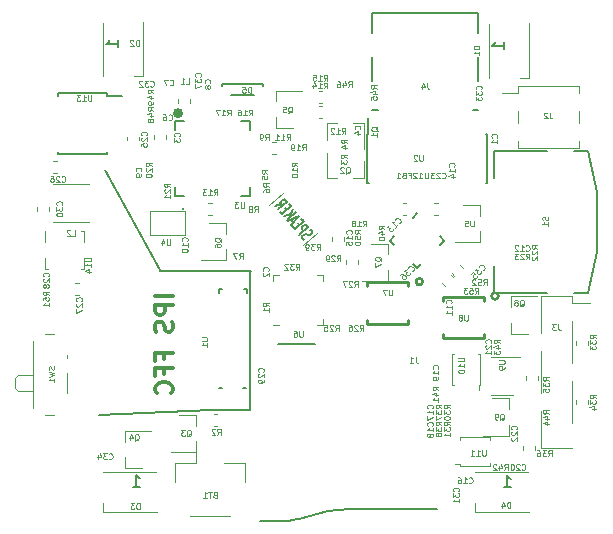
<source format=gbr>
G04 #@! TF.GenerationSoftware,KiCad,Pcbnew,5.0.2-bee76a0~70~ubuntu18.04.1*
G04 #@! TF.CreationDate,2019-03-04T23:14:38+01:00*
G04 #@! TF.ProjectId,anotterwatch,616e6f74-7465-4727-9761-7463682e6b69,rev?*
G04 #@! TF.SameCoordinates,Original*
G04 #@! TF.FileFunction,Legend,Bot*
G04 #@! TF.FilePolarity,Positive*
%FSLAX46Y46*%
G04 Gerber Fmt 4.6, Leading zero omitted, Abs format (unit mm)*
G04 Created by KiCad (PCBNEW 5.0.2-bee76a0~70~ubuntu18.04.1) date Mo 04 Mär 2019 23:14:38 CET*
%MOMM*%
%LPD*%
G01*
G04 APERTURE LIST*
%ADD10C,0.150000*%
%ADD11C,0.300000*%
%ADD12C,0.200000*%
%ADD13C,0.120000*%
%ADD14C,0.127000*%
%ADD15C,0.254000*%
%ADD16C,0.010000*%
%ADD17C,0.450000*%
%ADD18C,0.100000*%
G04 APERTURE END LIST*
D10*
X101222865Y-87596573D02*
X101131291Y-87561521D01*
X101039464Y-87452086D01*
X101039211Y-87377703D01*
X101057324Y-87325207D01*
X101111916Y-87242102D01*
X101184872Y-87180884D01*
X101276194Y-87141554D01*
X101331038Y-87132832D01*
X101404247Y-87145997D01*
X101514187Y-87202936D01*
X101587396Y-87216101D01*
X101642239Y-87207379D01*
X101733561Y-87168048D01*
X101806518Y-87106830D01*
X101861109Y-87023725D01*
X101879222Y-86971229D01*
X101878970Y-86896846D01*
X101787143Y-86787411D01*
X101695568Y-86752359D01*
X100800714Y-87167555D02*
X101566759Y-86524768D01*
X101419836Y-86349672D01*
X101346627Y-86336507D01*
X101291783Y-86345229D01*
X101200461Y-86384559D01*
X101091026Y-86476386D01*
X101036435Y-86559491D01*
X101018322Y-86611987D01*
X101018574Y-86686370D01*
X101165497Y-86861466D01*
X100816303Y-86371230D02*
X100687745Y-86218021D01*
X100231388Y-86489059D02*
X100415042Y-86707928D01*
X101181086Y-86065141D01*
X100997432Y-85846271D01*
X100303335Y-86130309D02*
X100119681Y-85911439D01*
X100121196Y-86357737D02*
X100758683Y-85561740D01*
X99864081Y-86051319D01*
X99735523Y-85898110D02*
X100501568Y-85255322D01*
X99515139Y-85635466D02*
X100118167Y-85465142D01*
X100281183Y-84992679D02*
X100063828Y-85622630D01*
X99751112Y-85101785D02*
X99622555Y-84948576D01*
X99166197Y-85219614D02*
X99349851Y-85438483D01*
X100115895Y-84795696D01*
X99932241Y-84576826D01*
X98780524Y-84759987D02*
X99273865Y-84607106D01*
X99000909Y-85022631D02*
X99766953Y-84379843D01*
X99620030Y-84204747D01*
X99546821Y-84191582D01*
X99491978Y-84200304D01*
X99400656Y-84239635D01*
X99291221Y-84331462D01*
X99236630Y-84414567D01*
X99218517Y-84467063D01*
X99218769Y-84541446D01*
X99365692Y-84716541D01*
D11*
X90118571Y-92398571D02*
X88618571Y-92398571D01*
X90118571Y-93112857D02*
X88618571Y-93112857D01*
X88618571Y-93684285D01*
X88690000Y-93827142D01*
X88761428Y-93898571D01*
X88904285Y-93970000D01*
X89118571Y-93970000D01*
X89261428Y-93898571D01*
X89332857Y-93827142D01*
X89404285Y-93684285D01*
X89404285Y-93112857D01*
X90047142Y-94541428D02*
X90118571Y-94755714D01*
X90118571Y-95112857D01*
X90047142Y-95255714D01*
X89975714Y-95327142D01*
X89832857Y-95398571D01*
X89690000Y-95398571D01*
X89547142Y-95327142D01*
X89475714Y-95255714D01*
X89404285Y-95112857D01*
X89332857Y-94827142D01*
X89261428Y-94684285D01*
X89190000Y-94612857D01*
X89047142Y-94541428D01*
X88904285Y-94541428D01*
X88761428Y-94612857D01*
X88690000Y-94684285D01*
X88618571Y-94827142D01*
X88618571Y-95184285D01*
X88690000Y-95398571D01*
X89332857Y-97684285D02*
X89332857Y-97184285D01*
X90118571Y-97184285D02*
X88618571Y-97184285D01*
X88618571Y-97898571D01*
X89332857Y-98970000D02*
X89332857Y-98470000D01*
X90118571Y-98470000D02*
X88618571Y-98470000D01*
X88618571Y-99184285D01*
X89975714Y-100612857D02*
X90047142Y-100541428D01*
X90118571Y-100327142D01*
X90118571Y-100184285D01*
X90047142Y-99970000D01*
X89904285Y-99827142D01*
X89761428Y-99755714D01*
X89475714Y-99684285D01*
X89261428Y-99684285D01*
X88975714Y-99755714D01*
X88832857Y-99827142D01*
X88690000Y-99970000D01*
X88618571Y-100184285D01*
X88618571Y-100327142D01*
X88690000Y-100541428D01*
X88761428Y-100612857D01*
D12*
X93319600Y-102006400D02*
X83870800Y-102438200D01*
X96647000Y-102006400D02*
X93319600Y-102006400D01*
X96647000Y-90271600D02*
X96647000Y-102006400D01*
X89027000Y-90144600D02*
X84353400Y-81686400D01*
X96697800Y-90220800D02*
X89001600Y-90220800D01*
D13*
G04 #@! TO.C,LS1*
X102310581Y-87032419D02*
X101088941Y-88057497D01*
X99469459Y-83646503D02*
X98247819Y-84671581D01*
G04 #@! TO.C,R50*
X105818400Y-89672380D02*
X105818400Y-89346820D01*
X104798400Y-89672380D02*
X104798400Y-89346820D01*
D14*
G04 #@! TO.C,J1*
X97473000Y-111383000D02*
X100004100Y-111383000D01*
X100006822Y-111382997D02*
G75*
G03X101004000Y-111199000I-2672J2808597D01*
G01*
X101015243Y-111194722D02*
G75*
G02X105525100Y-110367000I4509879J-11872278D01*
G01*
X105525100Y-110367000D02*
X112459000Y-110367000D01*
X99002000Y-96397000D02*
X102102000Y-96397000D01*
D13*
G04 #@! TO.C,BT1*
X90283800Y-108096400D02*
X90283800Y-106496400D01*
X90283800Y-106496400D02*
X92083800Y-106496400D01*
X92083800Y-106496400D02*
X92083800Y-105556400D01*
X96253800Y-108096400D02*
X96253800Y-106496400D01*
X96253800Y-106496400D02*
X94453800Y-106496400D01*
X91553800Y-110966400D02*
X94983800Y-110966400D01*
G04 #@! TO.C,U14*
X82574800Y-86843200D02*
X82349800Y-86843200D01*
X82349800Y-90093200D02*
X82574800Y-90093200D01*
X79549800Y-90093200D02*
X79324800Y-90093200D01*
X82574800Y-86843200D02*
X82574800Y-87818200D01*
X79324800Y-89118200D02*
X79324800Y-90093200D01*
X79324800Y-86843200D02*
X79324800Y-87818200D01*
X82574800Y-89118200D02*
X82574800Y-90093200D01*
D15*
G04 #@! TO.C,U8*
X117662243Y-92383200D02*
G75*
G03X117662243Y-92383200I-282843J0D01*
G01*
X112956400Y-95933200D02*
X112956400Y-95583200D01*
X112956400Y-92783200D02*
X112956400Y-92433200D01*
X116456400Y-95933200D02*
X116456400Y-95583200D01*
X116456400Y-92783200D02*
X116456400Y-92433200D01*
X112956400Y-95933200D02*
X116456400Y-95933200D01*
X116456400Y-92433200D02*
X112956400Y-92433200D01*
G04 #@! TO.C,U7*
X111261443Y-91164000D02*
G75*
G03X111261443Y-91164000I-282843J0D01*
G01*
X106555600Y-94714000D02*
X106555600Y-94364000D01*
X106555600Y-91564000D02*
X106555600Y-91214000D01*
X110055600Y-94714000D02*
X110055600Y-94364000D01*
X110055600Y-91564000D02*
X110055600Y-91214000D01*
X106555600Y-94714000D02*
X110055600Y-94714000D01*
X110055600Y-91214000D02*
X106555600Y-91214000D01*
D13*
G04 #@! TO.C,R52*
X114443922Y-89745073D02*
X114674127Y-89975278D01*
X113722673Y-90466322D02*
X113952878Y-90696527D01*
G04 #@! TO.C,R53*
X113631122Y-90557873D02*
X113861327Y-90788078D01*
X112909873Y-91279122D02*
X113140078Y-91509327D01*
G04 #@! TO.C,D1*
X116892600Y-69377200D02*
X116892600Y-73877200D01*
X120292600Y-69277200D02*
X120292600Y-73877200D01*
X120292600Y-73877200D02*
X119492600Y-73877200D01*
G04 #@! TO.C,D3*
X88700000Y-107300000D02*
X84200000Y-107300000D01*
X88800000Y-110700000D02*
X84200000Y-110700000D01*
X84200000Y-110700000D02*
X84200000Y-109900000D01*
G04 #@! TO.C,D4*
X120200000Y-107266000D02*
X115700000Y-107266000D01*
X120300000Y-110666000D02*
X115700000Y-110666000D01*
X115700000Y-110666000D02*
X115700000Y-109866000D01*
G04 #@! TO.C,D2*
X84202800Y-69275600D02*
X84202800Y-73775600D01*
X87602800Y-69175600D02*
X87602800Y-73775600D01*
X87602800Y-73775600D02*
X86802800Y-73775600D01*
G04 #@! TO.C,R13*
X93431579Y-85549200D02*
X93106021Y-85549200D01*
X93431579Y-84529200D02*
X93106021Y-84529200D01*
G04 #@! TO.C,R15*
X102453221Y-74991500D02*
X102778779Y-74991500D01*
X102453221Y-76011500D02*
X102778779Y-76011500D01*
G04 #@! TO.C,R9*
X98816379Y-80367600D02*
X98490821Y-80367600D01*
X98816379Y-79347600D02*
X98490821Y-79347600D01*
G04 #@! TO.C,R2*
X93563221Y-102360000D02*
X93888779Y-102360000D01*
X93563221Y-103380000D02*
X93888779Y-103380000D01*
G04 #@! TO.C,R14*
X102453221Y-76325000D02*
X102778779Y-76325000D01*
X102453221Y-77345000D02*
X102778779Y-77345000D01*
G04 #@! TO.C,C23*
X112257621Y-84529200D02*
X112583179Y-84529200D01*
X112257621Y-85549200D02*
X112583179Y-85549200D01*
D16*
G04 #@! TO.C,U4*
X91062000Y-85007600D02*
G75*
G03X91062000Y-85007600I-100000J0D01*
G01*
X91162000Y-85207600D02*
X91162000Y-87207600D01*
X88162000Y-85207600D02*
X91162000Y-85207600D01*
X88162000Y-87207600D02*
X88162000Y-85207600D01*
X91162000Y-87207600D02*
X88162000Y-87207600D01*
D10*
G04 #@! TO.C,D5*
X95012000Y-75383200D02*
X97012000Y-75383200D01*
X94262000Y-74383200D02*
X94262000Y-74633200D01*
X97762000Y-74383200D02*
X97762000Y-74633200D01*
X94262000Y-74383200D02*
X97762000Y-74383200D01*
G04 #@! TO.C,U1*
X94300000Y-100200000D02*
X94050000Y-100200000D01*
X96050000Y-100200000D02*
X96300000Y-100200000D01*
X96400000Y-91800000D02*
X96400000Y-92100000D01*
X96100000Y-91800000D02*
X96400000Y-91800000D01*
X93997458Y-91801961D02*
X94297458Y-91801961D01*
X93997458Y-92101961D02*
X93997458Y-91801961D01*
D13*
G04 #@! TO.C,J2*
X119320000Y-75186000D02*
X117960000Y-75186000D01*
X124520000Y-79246000D02*
X124520000Y-79816000D01*
X124520000Y-76706000D02*
X124520000Y-77726000D01*
X124520000Y-74616000D02*
X124520000Y-75186000D01*
X124520000Y-79816000D02*
X119320000Y-79816000D01*
X119320000Y-79246000D02*
X119320000Y-79816000D01*
X119320000Y-76706000D02*
X119320000Y-77726000D01*
X119320000Y-74616000D02*
X119320000Y-75186000D01*
X124520000Y-74616000D02*
X119320000Y-74616000D01*
G04 #@! TO.C,SW1*
X79280000Y-95550000D02*
X80070000Y-95550000D01*
X80070000Y-102450000D02*
X79280000Y-102450000D01*
X81120000Y-100600000D02*
X81120000Y-98900000D01*
X78270000Y-101850000D02*
X78270000Y-96150000D01*
X76980000Y-99100000D02*
X78270000Y-99100000D01*
X76770000Y-100200000D02*
X76770000Y-99300000D01*
X78270000Y-100400000D02*
X76980000Y-100400000D01*
X76980000Y-99100000D02*
X76770000Y-99300000D01*
X76980000Y-100400000D02*
X76770000Y-100200000D01*
X81120000Y-97600000D02*
X81120000Y-97400000D01*
G04 #@! TO.C,C30*
X78585600Y-85151179D02*
X78585600Y-84825621D01*
X79605600Y-85151179D02*
X79605600Y-84825621D01*
G04 #@! TO.C,C27*
X82153979Y-92254800D02*
X81828421Y-92254800D01*
X82153979Y-91234800D02*
X81828421Y-91234800D01*
G04 #@! TO.C,C26*
X79999621Y-80922400D02*
X80325179Y-80922400D01*
X79999621Y-81942400D02*
X80325179Y-81942400D01*
G04 #@! TO.C,C3*
X88542400Y-79105979D02*
X88542400Y-78780421D01*
X89562400Y-79105979D02*
X89562400Y-78780421D01*
G04 #@! TO.C,C25*
X86260000Y-79202779D02*
X86260000Y-78877221D01*
X87280000Y-79202779D02*
X87280000Y-78877221D01*
G04 #@! TO.C,C15*
X103579200Y-87691179D02*
X103579200Y-87365621D01*
X104599200Y-87691179D02*
X104599200Y-87365621D01*
G04 #@! TO.C,J3*
X123900000Y-99566000D02*
X123900000Y-103126000D01*
X123900000Y-94486000D02*
X123900000Y-98046000D01*
X121240000Y-102106000D02*
X121240000Y-105216000D01*
X121240000Y-97026000D02*
X121240000Y-100586000D01*
X121240000Y-104646000D02*
X121240000Y-105216000D01*
X123900000Y-92396000D02*
X123900000Y-92966000D01*
X123900000Y-92966000D02*
X125420000Y-92966000D01*
X121240000Y-92396000D02*
X121240000Y-95506000D01*
X123900000Y-105216000D02*
X121240000Y-105216000D01*
X123900000Y-92396000D02*
X121240000Y-92396000D01*
D17*
G04 #@! TO.C,U3*
X90773607Y-76900000D02*
G75*
G03X90773607Y-76900000I-223607J0D01*
G01*
D10*
X90257134Y-83942964D02*
X91019134Y-83942964D01*
X90257134Y-83180964D02*
X90257134Y-83942964D01*
X96607134Y-83942964D02*
X96607134Y-83180964D01*
X95845134Y-83942964D02*
X96607134Y-83942964D01*
X96607134Y-77592964D02*
X96607134Y-78354964D01*
X95845134Y-77592964D02*
X96607134Y-77592964D01*
X90257134Y-77592964D02*
X91019134Y-77592964D01*
X90257134Y-78354964D02*
X90257134Y-77592964D01*
D13*
G04 #@! TO.C,FB1*
X109890779Y-85549200D02*
X109565221Y-85549200D01*
X109890779Y-84529200D02*
X109565221Y-84529200D01*
G04 #@! TO.C,L2*
X79983200Y-82931200D02*
X82983200Y-82931200D01*
X79983200Y-86131200D02*
X82983200Y-86131200D01*
D10*
G04 #@! TO.C,U12*
X108496703Y-87680800D02*
X108850256Y-87327247D01*
X110794800Y-89978897D02*
X111148353Y-89625344D01*
X113092897Y-87680800D02*
X112739344Y-88034353D01*
X110794800Y-85382703D02*
X110441247Y-85736256D01*
X110794800Y-89978897D02*
X110441247Y-89625344D01*
X113092897Y-87680800D02*
X112739344Y-87327247D01*
X108496703Y-87680800D02*
X108850256Y-88034353D01*
D13*
G04 #@! TO.C,U6*
X99063231Y-94819636D02*
X98588231Y-94819636D01*
X102808231Y-90599636D02*
X102808231Y-91074636D01*
X102333231Y-90599636D02*
X102808231Y-90599636D01*
X98588231Y-90599636D02*
X98588231Y-91074636D01*
X99063231Y-90599636D02*
X98588231Y-90599636D01*
X102808231Y-94819636D02*
X102808231Y-94344636D01*
X102333231Y-94819636D02*
X102808231Y-94819636D01*
D10*
G04 #@! TO.C,U13*
X84523400Y-75425200D02*
X85823400Y-75425200D01*
X84523400Y-80375200D02*
X80373400Y-80375200D01*
X84523400Y-75225200D02*
X80373400Y-75225200D01*
X84523400Y-80375200D02*
X84523400Y-80175200D01*
X80373400Y-80375200D02*
X80373400Y-80175200D01*
X80373400Y-75225200D02*
X80373400Y-75425200D01*
X84523400Y-75225200D02*
X84523400Y-75425200D01*
G04 #@! TO.C,U2*
X106608400Y-78697000D02*
X106608400Y-77322000D01*
X116733400Y-78697000D02*
X116733400Y-82847000D01*
X106583400Y-78697000D02*
X106583400Y-82847000D01*
X116733400Y-78697000D02*
X116628400Y-78697000D01*
X116733400Y-82847000D02*
X116628400Y-82847000D01*
X106583400Y-82847000D02*
X106688400Y-82847000D01*
X106583400Y-78697000D02*
X106608400Y-78697000D01*
D13*
G04 #@! TO.C,U11*
X114397000Y-104337000D02*
X116997000Y-104337000D01*
X116997000Y-104337000D02*
X116997000Y-104537000D01*
X116997000Y-106537000D02*
X116997000Y-106737000D01*
X116997000Y-106737000D02*
X114397000Y-106737000D01*
X114397000Y-106737000D02*
X114397000Y-106637000D01*
X114397000Y-106637000D02*
X113997000Y-106637000D01*
X114397000Y-104337000D02*
X114397000Y-104537000D01*
G04 #@! TO.C,U10*
X113735000Y-99915500D02*
X113735000Y-97315500D01*
X113735000Y-97315500D02*
X113935000Y-97315500D01*
X115935000Y-97315500D02*
X116135000Y-97315500D01*
X116135000Y-97315500D02*
X116135000Y-99915500D01*
X116135000Y-99915500D02*
X116035000Y-99915500D01*
X116035000Y-99915500D02*
X116035000Y-100315500D01*
X113735000Y-99915500D02*
X113935000Y-99915500D01*
G04 #@! TO.C,Q9*
X118552500Y-101036000D02*
X117092500Y-101036000D01*
X118552500Y-104196000D02*
X116392500Y-104196000D01*
X118552500Y-104196000D02*
X118552500Y-103266000D01*
X118552500Y-101036000D02*
X118552500Y-101966000D01*
G04 #@! TO.C,U5*
X116126800Y-84678400D02*
X114666800Y-84678400D01*
X116126800Y-87838400D02*
X113966800Y-87838400D01*
X116126800Y-87838400D02*
X116126800Y-86908400D01*
X116126800Y-84678400D02*
X116126800Y-85608400D01*
G04 #@! TO.C,Q5*
X98858800Y-78135600D02*
X100318800Y-78135600D01*
X98858800Y-74975600D02*
X101018800Y-74975600D01*
X98858800Y-74975600D02*
X98858800Y-75905600D01*
X98858800Y-78135600D02*
X98858800Y-77205600D01*
G04 #@! TO.C,Q7*
X108303600Y-87929600D02*
X106843600Y-87929600D01*
X108303600Y-91089600D02*
X106143600Y-91089600D01*
X108303600Y-91089600D02*
X108303600Y-90159600D01*
X108303600Y-87929600D02*
X108303600Y-88859600D01*
G04 #@! TO.C,Q8*
X118747000Y-95560000D02*
X120207000Y-95560000D01*
X118747000Y-92400000D02*
X120907000Y-92400000D01*
X118747000Y-92400000D02*
X118747000Y-93330000D01*
X118747000Y-95560000D02*
X118747000Y-94630000D01*
G04 #@! TO.C,Q6*
X94638400Y-86202400D02*
X93178400Y-86202400D01*
X94638400Y-89362400D02*
X92478400Y-89362400D01*
X94638400Y-89362400D02*
X94638400Y-88432400D01*
X94638400Y-86202400D02*
X94638400Y-87132400D01*
G04 #@! TO.C,Q4*
X86057200Y-106939200D02*
X87517200Y-106939200D01*
X86057200Y-103779200D02*
X88217200Y-103779200D01*
X86057200Y-103779200D02*
X86057200Y-104709200D01*
X86057200Y-106939200D02*
X86057200Y-106009200D01*
G04 #@! TO.C,Q3*
X92098400Y-102458400D02*
X90638400Y-102458400D01*
X92098400Y-105618400D02*
X89938400Y-105618400D01*
X92098400Y-105618400D02*
X92098400Y-104688400D01*
X92098400Y-102458400D02*
X92098400Y-103388400D01*
G04 #@! TO.C,Q2*
X106278800Y-82421000D02*
X106278800Y-80961000D01*
X103118800Y-82421000D02*
X103118800Y-80261000D01*
X103118800Y-82421000D02*
X104048800Y-82421000D01*
X106278800Y-82421000D02*
X105348800Y-82421000D01*
G04 #@! TO.C,Q1*
X103118800Y-77726000D02*
X103118800Y-79186000D01*
X106278800Y-77726000D02*
X106278800Y-79886000D01*
X106278800Y-77726000D02*
X105348800Y-77726000D01*
X103118800Y-77726000D02*
X104048800Y-77726000D01*
G04 #@! TO.C,U9*
X117083000Y-97577000D02*
X119533000Y-97577000D01*
X118883000Y-100797000D02*
X117083000Y-100797000D01*
G04 #@! TO.C,R33*
X125224000Y-96166721D02*
X125224000Y-96492279D01*
X124204000Y-96166721D02*
X124204000Y-96492279D01*
G04 #@! TO.C,R34*
X125224000Y-101183221D02*
X125224000Y-101508779D01*
X124204000Y-101183221D02*
X124204000Y-101508779D01*
G04 #@! TO.C,R35*
X120013000Y-99451379D02*
X120013000Y-99125821D01*
X121033000Y-99451379D02*
X121033000Y-99125821D01*
G04 #@! TO.C,R36*
X120779000Y-105056721D02*
X120779000Y-105382279D01*
X119759000Y-105056721D02*
X119759000Y-105382279D01*
D10*
G04 #@! TO.C,J4*
X115480600Y-76636500D02*
X115980600Y-76636500D01*
X106980600Y-76636500D02*
X107480600Y-76636500D01*
X106980600Y-74136500D02*
X106980600Y-72136500D01*
X115980600Y-72136500D02*
X115980600Y-74136500D01*
X115980600Y-70136500D02*
X115980600Y-68441500D01*
X106980600Y-68441500D02*
X106980600Y-70136500D01*
X115980600Y-68441500D02*
X106980600Y-68441500D01*
G04 #@! TO.C,S1*
X126039000Y-88606000D02*
X126039000Y-83606000D01*
X125289000Y-92106000D02*
X124039000Y-92106000D01*
X125289000Y-80106000D02*
X124039000Y-80106000D01*
X126039000Y-88606000D02*
X125289000Y-92106000D01*
X125289000Y-80106000D02*
X126039000Y-83606000D01*
X117289000Y-80106000D02*
X117289000Y-82356000D01*
X117289000Y-92106000D02*
X117289000Y-89856000D01*
X117289000Y-92106000D02*
X121789000Y-92106000D01*
X121789000Y-80106000D02*
X117289000Y-80106000D01*
D13*
G04 #@! TO.C,L1*
X90574400Y-76007179D02*
X90574400Y-75681621D01*
X91594400Y-76007179D02*
X91594400Y-75681621D01*
G04 #@! TO.C,C37*
D18*
X92431371Y-73795771D02*
X92455180Y-73771961D01*
X92478990Y-73700533D01*
X92478990Y-73652914D01*
X92455180Y-73581485D01*
X92407561Y-73533866D01*
X92359942Y-73510057D01*
X92264704Y-73486247D01*
X92193276Y-73486247D01*
X92098038Y-73510057D01*
X92050419Y-73533866D01*
X92002800Y-73581485D01*
X91978990Y-73652914D01*
X91978990Y-73700533D01*
X92002800Y-73771961D01*
X92026609Y-73795771D01*
X91978990Y-73962438D02*
X91978990Y-74271961D01*
X92169466Y-74105295D01*
X92169466Y-74176723D01*
X92193276Y-74224342D01*
X92217085Y-74248152D01*
X92264704Y-74271961D01*
X92383752Y-74271961D01*
X92431371Y-74248152D01*
X92455180Y-74224342D01*
X92478990Y-74176723D01*
X92478990Y-74033866D01*
X92455180Y-73986247D01*
X92431371Y-73962438D01*
X91978990Y-74438628D02*
X91978990Y-74771961D01*
X92478990Y-74557676D01*
G04 #@! TO.C,R50*
X105991790Y-87105371D02*
X105753695Y-86938704D01*
X105991790Y-86819657D02*
X105491790Y-86819657D01*
X105491790Y-87010133D01*
X105515600Y-87057752D01*
X105539409Y-87081561D01*
X105587028Y-87105371D01*
X105658457Y-87105371D01*
X105706076Y-87081561D01*
X105729885Y-87057752D01*
X105753695Y-87010133D01*
X105753695Y-86819657D01*
X105491790Y-87557752D02*
X105491790Y-87319657D01*
X105729885Y-87295847D01*
X105706076Y-87319657D01*
X105682266Y-87367276D01*
X105682266Y-87486323D01*
X105706076Y-87533942D01*
X105729885Y-87557752D01*
X105777504Y-87581561D01*
X105896552Y-87581561D01*
X105944171Y-87557752D01*
X105967980Y-87533942D01*
X105991790Y-87486323D01*
X105991790Y-87367276D01*
X105967980Y-87319657D01*
X105944171Y-87295847D01*
X105491790Y-87891085D02*
X105491790Y-87938704D01*
X105515600Y-87986323D01*
X105539409Y-88010133D01*
X105587028Y-88033942D01*
X105682266Y-88057752D01*
X105801314Y-88057752D01*
X105896552Y-88033942D01*
X105944171Y-88010133D01*
X105967980Y-87986323D01*
X105991790Y-87938704D01*
X105991790Y-87891085D01*
X105967980Y-87843466D01*
X105944171Y-87819657D01*
X105896552Y-87795847D01*
X105801314Y-87772038D01*
X105682266Y-87772038D01*
X105587028Y-87795847D01*
X105539409Y-87819657D01*
X105515600Y-87843466D01*
X105491790Y-87891085D01*
G04 #@! TO.C,J1*
X110656666Y-97516190D02*
X110656666Y-97873333D01*
X110680476Y-97944761D01*
X110728095Y-97992380D01*
X110799523Y-98016190D01*
X110847142Y-98016190D01*
X110156666Y-98016190D02*
X110442380Y-98016190D01*
X110299523Y-98016190D02*
X110299523Y-97516190D01*
X110347142Y-97587619D01*
X110394761Y-97635238D01*
X110442380Y-97659047D01*
G04 #@! TO.C,BT1*
X93661657Y-109184285D02*
X93590228Y-109208095D01*
X93566419Y-109231904D01*
X93542609Y-109279523D01*
X93542609Y-109350952D01*
X93566419Y-109398571D01*
X93590228Y-109422380D01*
X93637847Y-109446190D01*
X93828323Y-109446190D01*
X93828323Y-108946190D01*
X93661657Y-108946190D01*
X93614038Y-108970000D01*
X93590228Y-108993809D01*
X93566419Y-109041428D01*
X93566419Y-109089047D01*
X93590228Y-109136666D01*
X93614038Y-109160476D01*
X93661657Y-109184285D01*
X93828323Y-109184285D01*
X93399752Y-108946190D02*
X93114038Y-108946190D01*
X93256895Y-109446190D02*
X93256895Y-108946190D01*
X92685466Y-109446190D02*
X92971180Y-109446190D01*
X92828323Y-109446190D02*
X92828323Y-108946190D01*
X92875942Y-109017619D01*
X92923561Y-109065238D01*
X92971180Y-109089047D01*
G04 #@! TO.C,U14*
X82682590Y-89144552D02*
X83087352Y-89144552D01*
X83134971Y-89168361D01*
X83158780Y-89192171D01*
X83182590Y-89239790D01*
X83182590Y-89335028D01*
X83158780Y-89382647D01*
X83134971Y-89406457D01*
X83087352Y-89430266D01*
X82682590Y-89430266D01*
X83182590Y-89930266D02*
X83182590Y-89644552D01*
X83182590Y-89787409D02*
X82682590Y-89787409D01*
X82754019Y-89739790D01*
X82801638Y-89692171D01*
X82825447Y-89644552D01*
X82849257Y-90358838D02*
X83182590Y-90358838D01*
X82658780Y-90239790D02*
X83015923Y-90120742D01*
X83015923Y-90430266D01*
G04 #@! TO.C,U8*
X115087352Y-93960190D02*
X115087352Y-94364952D01*
X115063542Y-94412571D01*
X115039733Y-94436380D01*
X114992114Y-94460190D01*
X114896876Y-94460190D01*
X114849257Y-94436380D01*
X114825447Y-94412571D01*
X114801638Y-94364952D01*
X114801638Y-93960190D01*
X114492114Y-94174476D02*
X114539733Y-94150666D01*
X114563542Y-94126857D01*
X114587352Y-94079238D01*
X114587352Y-94055428D01*
X114563542Y-94007809D01*
X114539733Y-93984000D01*
X114492114Y-93960190D01*
X114396876Y-93960190D01*
X114349257Y-93984000D01*
X114325447Y-94007809D01*
X114301638Y-94055428D01*
X114301638Y-94079238D01*
X114325447Y-94126857D01*
X114349257Y-94150666D01*
X114396876Y-94174476D01*
X114492114Y-94174476D01*
X114539733Y-94198285D01*
X114563542Y-94222095D01*
X114587352Y-94269714D01*
X114587352Y-94364952D01*
X114563542Y-94412571D01*
X114539733Y-94436380D01*
X114492114Y-94460190D01*
X114396876Y-94460190D01*
X114349257Y-94436380D01*
X114325447Y-94412571D01*
X114301638Y-94364952D01*
X114301638Y-94269714D01*
X114325447Y-94222095D01*
X114349257Y-94198285D01*
X114396876Y-94174476D01*
G04 #@! TO.C,U7*
X108686552Y-91826590D02*
X108686552Y-92231352D01*
X108662742Y-92278971D01*
X108638933Y-92302780D01*
X108591314Y-92326590D01*
X108496076Y-92326590D01*
X108448457Y-92302780D01*
X108424647Y-92278971D01*
X108400838Y-92231352D01*
X108400838Y-91826590D01*
X108210361Y-91826590D02*
X107877028Y-91826590D01*
X108091314Y-92326590D01*
G04 #@! TO.C,R52*
X116399427Y-91462990D02*
X116566094Y-91224895D01*
X116685141Y-91462990D02*
X116685141Y-90962990D01*
X116494665Y-90962990D01*
X116447046Y-90986800D01*
X116423237Y-91010609D01*
X116399427Y-91058228D01*
X116399427Y-91129657D01*
X116423237Y-91177276D01*
X116447046Y-91201085D01*
X116494665Y-91224895D01*
X116685141Y-91224895D01*
X115947046Y-90962990D02*
X116185141Y-90962990D01*
X116208951Y-91201085D01*
X116185141Y-91177276D01*
X116137522Y-91153466D01*
X116018475Y-91153466D01*
X115970856Y-91177276D01*
X115947046Y-91201085D01*
X115923237Y-91248704D01*
X115923237Y-91367752D01*
X115947046Y-91415371D01*
X115970856Y-91439180D01*
X116018475Y-91462990D01*
X116137522Y-91462990D01*
X116185141Y-91439180D01*
X116208951Y-91415371D01*
X115732760Y-91010609D02*
X115708951Y-90986800D01*
X115661332Y-90962990D01*
X115542284Y-90962990D01*
X115494665Y-90986800D01*
X115470856Y-91010609D01*
X115447046Y-91058228D01*
X115447046Y-91105847D01*
X115470856Y-91177276D01*
X115756570Y-91462990D01*
X115447046Y-91462990D01*
G04 #@! TO.C,R53*
X115688228Y-92174189D02*
X115854895Y-91936094D01*
X115973942Y-92174189D02*
X115973942Y-91674189D01*
X115783466Y-91674189D01*
X115735847Y-91697999D01*
X115712038Y-91721808D01*
X115688228Y-91769427D01*
X115688228Y-91840856D01*
X115712038Y-91888475D01*
X115735847Y-91912284D01*
X115783466Y-91936094D01*
X115973942Y-91936094D01*
X115235847Y-91674189D02*
X115473942Y-91674189D01*
X115497752Y-91912284D01*
X115473942Y-91888475D01*
X115426323Y-91864665D01*
X115307276Y-91864665D01*
X115259657Y-91888475D01*
X115235847Y-91912284D01*
X115212038Y-91959903D01*
X115212038Y-92078951D01*
X115235847Y-92126570D01*
X115259657Y-92150379D01*
X115307276Y-92174189D01*
X115426323Y-92174189D01*
X115473942Y-92150379D01*
X115497752Y-92126570D01*
X115045371Y-91674189D02*
X114735847Y-91674189D01*
X114902514Y-91864665D01*
X114831085Y-91864665D01*
X114783466Y-91888475D01*
X114759657Y-91912284D01*
X114735847Y-91959903D01*
X114735847Y-92078951D01*
X114759657Y-92126570D01*
X114783466Y-92150379D01*
X114831085Y-92174189D01*
X114973942Y-92174189D01*
X115021561Y-92150379D01*
X115045371Y-92126570D01*
G04 #@! TO.C,C35*
X116329953Y-90170584D02*
X116363625Y-90170584D01*
X116430968Y-90136912D01*
X116464640Y-90103241D01*
X116498312Y-90035897D01*
X116498312Y-89968554D01*
X116481476Y-89918046D01*
X116430968Y-89833867D01*
X116380461Y-89783359D01*
X116296281Y-89732851D01*
X116245774Y-89716016D01*
X116178430Y-89716016D01*
X116111087Y-89749687D01*
X116077415Y-89783359D01*
X116043743Y-89850703D01*
X116043743Y-89884374D01*
X115892220Y-89968554D02*
X115673354Y-90187420D01*
X115925892Y-90204256D01*
X115875384Y-90254764D01*
X115858548Y-90305271D01*
X115858548Y-90338943D01*
X115875384Y-90389451D01*
X115959564Y-90473630D01*
X116010071Y-90490466D01*
X116043743Y-90490466D01*
X116094251Y-90473630D01*
X116195266Y-90372615D01*
X116212102Y-90322107D01*
X116212102Y-90288435D01*
X115353472Y-90507302D02*
X115521831Y-90338943D01*
X115707025Y-90490466D01*
X115673354Y-90490466D01*
X115622846Y-90507302D01*
X115538667Y-90591481D01*
X115521831Y-90641989D01*
X115521831Y-90675661D01*
X115538667Y-90726168D01*
X115622846Y-90810348D01*
X115673354Y-90827183D01*
X115707025Y-90827183D01*
X115757533Y-90810348D01*
X115841712Y-90726168D01*
X115858548Y-90675661D01*
X115858548Y-90641989D01*
G04 #@! TO.C,C36*
X110335553Y-90272184D02*
X110369225Y-90272184D01*
X110436568Y-90238512D01*
X110470240Y-90204841D01*
X110503912Y-90137497D01*
X110503912Y-90070154D01*
X110487076Y-90019646D01*
X110436568Y-89935467D01*
X110386061Y-89884959D01*
X110301881Y-89834451D01*
X110251374Y-89817616D01*
X110184030Y-89817616D01*
X110116687Y-89851287D01*
X110083015Y-89884959D01*
X110049343Y-89952303D01*
X110049343Y-89985974D01*
X109897820Y-90070154D02*
X109678954Y-90289020D01*
X109931492Y-90305856D01*
X109880984Y-90356364D01*
X109864148Y-90406871D01*
X109864148Y-90440543D01*
X109880984Y-90491051D01*
X109965164Y-90575230D01*
X110015671Y-90592066D01*
X110049343Y-90592066D01*
X110099851Y-90575230D01*
X110200866Y-90474215D01*
X110217702Y-90423707D01*
X110217702Y-90390035D01*
X109375908Y-90592066D02*
X109443251Y-90524722D01*
X109493759Y-90507887D01*
X109527431Y-90507887D01*
X109611610Y-90524722D01*
X109695790Y-90575230D01*
X109830477Y-90709917D01*
X109847312Y-90760425D01*
X109847312Y-90794096D01*
X109830477Y-90844604D01*
X109763133Y-90911948D01*
X109712625Y-90928783D01*
X109678954Y-90928783D01*
X109628446Y-90911948D01*
X109544267Y-90827768D01*
X109527431Y-90777261D01*
X109527431Y-90743589D01*
X109544267Y-90693081D01*
X109611610Y-90625738D01*
X109662118Y-90608902D01*
X109695790Y-90608902D01*
X109746297Y-90625738D01*
G04 #@! TO.C,D1*
X116068790Y-71208152D02*
X115568790Y-71208152D01*
X115568790Y-71327200D01*
X115592600Y-71398628D01*
X115640219Y-71446247D01*
X115687838Y-71470057D01*
X115783076Y-71493866D01*
X115854504Y-71493866D01*
X115949742Y-71470057D01*
X115997361Y-71446247D01*
X116044980Y-71398628D01*
X116068790Y-71327200D01*
X116068790Y-71208152D01*
X116068790Y-71970057D02*
X116068790Y-71684342D01*
X116068790Y-71827200D02*
X115568790Y-71827200D01*
X115640219Y-71779580D01*
X115687838Y-71731961D01*
X115711647Y-71684342D01*
D10*
X118155980Y-71456514D02*
X118155980Y-70885085D01*
X118155980Y-71170800D02*
X117155980Y-71170800D01*
X117298838Y-71075561D01*
X117394076Y-70980323D01*
X117441695Y-70885085D01*
G04 #@! TO.C,D3*
D18*
X87287847Y-110411390D02*
X87287847Y-109911390D01*
X87168800Y-109911390D01*
X87097371Y-109935200D01*
X87049752Y-109982819D01*
X87025942Y-110030438D01*
X87002133Y-110125676D01*
X87002133Y-110197104D01*
X87025942Y-110292342D01*
X87049752Y-110339961D01*
X87097371Y-110387580D01*
X87168800Y-110411390D01*
X87287847Y-110411390D01*
X86835466Y-109911390D02*
X86525942Y-109911390D01*
X86692609Y-110101866D01*
X86621180Y-110101866D01*
X86573561Y-110125676D01*
X86549752Y-110149485D01*
X86525942Y-110197104D01*
X86525942Y-110316152D01*
X86549752Y-110363771D01*
X86573561Y-110387580D01*
X86621180Y-110411390D01*
X86764038Y-110411390D01*
X86811657Y-110387580D01*
X86835466Y-110363771D01*
D10*
X86734685Y-108503980D02*
X87306114Y-108503980D01*
X87020400Y-108503980D02*
X87020400Y-107503980D01*
X87115638Y-107646838D01*
X87210876Y-107742076D01*
X87306114Y-107789695D01*
G04 #@! TO.C,D4*
D18*
X118682247Y-110309790D02*
X118682247Y-109809790D01*
X118563200Y-109809790D01*
X118491771Y-109833600D01*
X118444152Y-109881219D01*
X118420342Y-109928838D01*
X118396533Y-110024076D01*
X118396533Y-110095504D01*
X118420342Y-110190742D01*
X118444152Y-110238361D01*
X118491771Y-110285980D01*
X118563200Y-110309790D01*
X118682247Y-110309790D01*
X117967961Y-109976457D02*
X117967961Y-110309790D01*
X118087009Y-109785980D02*
X118206057Y-110143123D01*
X117896533Y-110143123D01*
D10*
X118129085Y-108554780D02*
X118700514Y-108554780D01*
X118414800Y-108554780D02*
X118414800Y-107554780D01*
X118510038Y-107697638D01*
X118605276Y-107792876D01*
X118700514Y-107840495D01*
G04 #@! TO.C,D2*
D18*
X87237047Y-71193790D02*
X87237047Y-70693790D01*
X87118000Y-70693790D01*
X87046571Y-70717600D01*
X86998952Y-70765219D01*
X86975142Y-70812838D01*
X86951333Y-70908076D01*
X86951333Y-70979504D01*
X86975142Y-71074742D01*
X86998952Y-71122361D01*
X87046571Y-71169980D01*
X87118000Y-71193790D01*
X87237047Y-71193790D01*
X86760857Y-70741409D02*
X86737047Y-70717600D01*
X86689428Y-70693790D01*
X86570380Y-70693790D01*
X86522761Y-70717600D01*
X86498952Y-70741409D01*
X86475142Y-70789028D01*
X86475142Y-70836647D01*
X86498952Y-70908076D01*
X86784666Y-71193790D01*
X86475142Y-71193790D01*
D10*
X85440780Y-71304114D02*
X85440780Y-70732685D01*
X85440780Y-71018400D02*
X84440780Y-71018400D01*
X84583638Y-70923161D01*
X84678876Y-70827923D01*
X84726495Y-70732685D01*
G04 #@! TO.C,R13*
D18*
X93590228Y-83835390D02*
X93756895Y-83597295D01*
X93875942Y-83835390D02*
X93875942Y-83335390D01*
X93685466Y-83335390D01*
X93637847Y-83359200D01*
X93614038Y-83383009D01*
X93590228Y-83430628D01*
X93590228Y-83502057D01*
X93614038Y-83549676D01*
X93637847Y-83573485D01*
X93685466Y-83597295D01*
X93875942Y-83597295D01*
X93114038Y-83835390D02*
X93399752Y-83835390D01*
X93256895Y-83835390D02*
X93256895Y-83335390D01*
X93304514Y-83406819D01*
X93352133Y-83454438D01*
X93399752Y-83478247D01*
X92947371Y-83335390D02*
X92637847Y-83335390D01*
X92804514Y-83525866D01*
X92733085Y-83525866D01*
X92685466Y-83549676D01*
X92661657Y-83573485D01*
X92637847Y-83621104D01*
X92637847Y-83740152D01*
X92661657Y-83787771D01*
X92685466Y-83811580D01*
X92733085Y-83835390D01*
X92875942Y-83835390D01*
X92923561Y-83811580D01*
X92947371Y-83787771D01*
G04 #@! TO.C,R15*
X102886628Y-74140190D02*
X103053295Y-73902095D01*
X103172342Y-74140190D02*
X103172342Y-73640190D01*
X102981866Y-73640190D01*
X102934247Y-73664000D01*
X102910438Y-73687809D01*
X102886628Y-73735428D01*
X102886628Y-73806857D01*
X102910438Y-73854476D01*
X102934247Y-73878285D01*
X102981866Y-73902095D01*
X103172342Y-73902095D01*
X102410438Y-74140190D02*
X102696152Y-74140190D01*
X102553295Y-74140190D02*
X102553295Y-73640190D01*
X102600914Y-73711619D01*
X102648533Y-73759238D01*
X102696152Y-73783047D01*
X101958057Y-73640190D02*
X102196152Y-73640190D01*
X102219961Y-73878285D01*
X102196152Y-73854476D01*
X102148533Y-73830666D01*
X102029485Y-73830666D01*
X101981866Y-73854476D01*
X101958057Y-73878285D01*
X101934247Y-73925904D01*
X101934247Y-74044952D01*
X101958057Y-74092571D01*
X101981866Y-74116380D01*
X102029485Y-74140190D01*
X102148533Y-74140190D01*
X102196152Y-74116380D01*
X102219961Y-74092571D01*
G04 #@! TO.C,R9*
X97924133Y-79169390D02*
X98090800Y-78931295D01*
X98209847Y-79169390D02*
X98209847Y-78669390D01*
X98019371Y-78669390D01*
X97971752Y-78693200D01*
X97947942Y-78717009D01*
X97924133Y-78764628D01*
X97924133Y-78836057D01*
X97947942Y-78883676D01*
X97971752Y-78907485D01*
X98019371Y-78931295D01*
X98209847Y-78931295D01*
X97686038Y-79169390D02*
X97590800Y-79169390D01*
X97543180Y-79145580D01*
X97519371Y-79121771D01*
X97471752Y-79050342D01*
X97447942Y-78955104D01*
X97447942Y-78764628D01*
X97471752Y-78717009D01*
X97495561Y-78693200D01*
X97543180Y-78669390D01*
X97638419Y-78669390D01*
X97686038Y-78693200D01*
X97709847Y-78717009D01*
X97733657Y-78764628D01*
X97733657Y-78883676D01*
X97709847Y-78931295D01*
X97686038Y-78955104D01*
X97638419Y-78978914D01*
X97543180Y-78978914D01*
X97495561Y-78955104D01*
X97471752Y-78931295D01*
X97447942Y-78883676D01*
G04 #@! TO.C,R2*
X93860133Y-104112190D02*
X94026800Y-103874095D01*
X94145847Y-104112190D02*
X94145847Y-103612190D01*
X93955371Y-103612190D01*
X93907752Y-103636000D01*
X93883942Y-103659809D01*
X93860133Y-103707428D01*
X93860133Y-103778857D01*
X93883942Y-103826476D01*
X93907752Y-103850285D01*
X93955371Y-103874095D01*
X94145847Y-103874095D01*
X93669657Y-103659809D02*
X93645847Y-103636000D01*
X93598228Y-103612190D01*
X93479180Y-103612190D01*
X93431561Y-103636000D01*
X93407752Y-103659809D01*
X93383942Y-103707428D01*
X93383942Y-103755047D01*
X93407752Y-103826476D01*
X93693466Y-104112190D01*
X93383942Y-104112190D01*
G04 #@! TO.C,R14*
X102886628Y-74800590D02*
X103053295Y-74562495D01*
X103172342Y-74800590D02*
X103172342Y-74300590D01*
X102981866Y-74300590D01*
X102934247Y-74324400D01*
X102910438Y-74348209D01*
X102886628Y-74395828D01*
X102886628Y-74467257D01*
X102910438Y-74514876D01*
X102934247Y-74538685D01*
X102981866Y-74562495D01*
X103172342Y-74562495D01*
X102410438Y-74800590D02*
X102696152Y-74800590D01*
X102553295Y-74800590D02*
X102553295Y-74300590D01*
X102600914Y-74372019D01*
X102648533Y-74419638D01*
X102696152Y-74443447D01*
X101981866Y-74467257D02*
X101981866Y-74800590D01*
X102100914Y-74276780D02*
X102219961Y-74633923D01*
X101910438Y-74633923D01*
G04 #@! TO.C,C23*
X112894228Y-82372971D02*
X112918038Y-82396780D01*
X112989466Y-82420590D01*
X113037085Y-82420590D01*
X113108514Y-82396780D01*
X113156133Y-82349161D01*
X113179942Y-82301542D01*
X113203752Y-82206304D01*
X113203752Y-82134876D01*
X113179942Y-82039638D01*
X113156133Y-81992019D01*
X113108514Y-81944400D01*
X113037085Y-81920590D01*
X112989466Y-81920590D01*
X112918038Y-81944400D01*
X112894228Y-81968209D01*
X112703752Y-81968209D02*
X112679942Y-81944400D01*
X112632323Y-81920590D01*
X112513276Y-81920590D01*
X112465657Y-81944400D01*
X112441847Y-81968209D01*
X112418038Y-82015828D01*
X112418038Y-82063447D01*
X112441847Y-82134876D01*
X112727561Y-82420590D01*
X112418038Y-82420590D01*
X112251371Y-81920590D02*
X111941847Y-81920590D01*
X112108514Y-82111066D01*
X112037085Y-82111066D01*
X111989466Y-82134876D01*
X111965657Y-82158685D01*
X111941847Y-82206304D01*
X111941847Y-82325352D01*
X111965657Y-82372971D01*
X111989466Y-82396780D01*
X112037085Y-82420590D01*
X112179942Y-82420590D01*
X112227561Y-82396780D01*
X112251371Y-82372971D01*
G04 #@! TO.C,C33*
X116204171Y-74862571D02*
X116227980Y-74838761D01*
X116251790Y-74767333D01*
X116251790Y-74719714D01*
X116227980Y-74648285D01*
X116180361Y-74600666D01*
X116132742Y-74576857D01*
X116037504Y-74553047D01*
X115966076Y-74553047D01*
X115870838Y-74576857D01*
X115823219Y-74600666D01*
X115775600Y-74648285D01*
X115751790Y-74719714D01*
X115751790Y-74767333D01*
X115775600Y-74838761D01*
X115799409Y-74862571D01*
X115751790Y-75029238D02*
X115751790Y-75338761D01*
X115942266Y-75172095D01*
X115942266Y-75243523D01*
X115966076Y-75291142D01*
X115989885Y-75314952D01*
X116037504Y-75338761D01*
X116156552Y-75338761D01*
X116204171Y-75314952D01*
X116227980Y-75291142D01*
X116251790Y-75243523D01*
X116251790Y-75100666D01*
X116227980Y-75053047D01*
X116204171Y-75029238D01*
X115751790Y-75505428D02*
X115751790Y-75814952D01*
X115942266Y-75648285D01*
X115942266Y-75719714D01*
X115966076Y-75767333D01*
X115989885Y-75791142D01*
X116037504Y-75814952D01*
X116156552Y-75814952D01*
X116204171Y-75791142D01*
X116227980Y-75767333D01*
X116251790Y-75719714D01*
X116251790Y-75576857D01*
X116227980Y-75529238D01*
X116204171Y-75505428D01*
G04 #@! TO.C,C13*
X109217953Y-86208184D02*
X109251625Y-86208184D01*
X109318968Y-86174512D01*
X109352640Y-86140841D01*
X109386312Y-86073497D01*
X109386312Y-86006154D01*
X109369476Y-85955646D01*
X109318968Y-85871467D01*
X109268461Y-85820959D01*
X109184281Y-85770451D01*
X109133774Y-85753616D01*
X109066430Y-85753616D01*
X108999087Y-85787287D01*
X108965415Y-85820959D01*
X108931743Y-85888303D01*
X108931743Y-85921974D01*
X108914907Y-86578574D02*
X109116938Y-86376543D01*
X109015922Y-86477558D02*
X108662369Y-86124005D01*
X108746548Y-86140841D01*
X108813892Y-86140841D01*
X108864399Y-86124005D01*
X108443503Y-86342871D02*
X108224636Y-86561738D01*
X108477174Y-86578574D01*
X108426667Y-86629081D01*
X108409831Y-86679589D01*
X108409831Y-86713261D01*
X108426667Y-86763768D01*
X108510846Y-86847948D01*
X108561354Y-86864783D01*
X108595025Y-86864783D01*
X108645533Y-86847948D01*
X108746548Y-86746932D01*
X108763384Y-86696425D01*
X108763384Y-86662753D01*
G04 #@! TO.C,C11*
X113665771Y-92998171D02*
X113689580Y-92974361D01*
X113713390Y-92902933D01*
X113713390Y-92855314D01*
X113689580Y-92783885D01*
X113641961Y-92736266D01*
X113594342Y-92712457D01*
X113499104Y-92688647D01*
X113427676Y-92688647D01*
X113332438Y-92712457D01*
X113284819Y-92736266D01*
X113237200Y-92783885D01*
X113213390Y-92855314D01*
X113213390Y-92902933D01*
X113237200Y-92974361D01*
X113261009Y-92998171D01*
X113713390Y-93474361D02*
X113713390Y-93188647D01*
X113713390Y-93331504D02*
X113213390Y-93331504D01*
X113284819Y-93283885D01*
X113332438Y-93236266D01*
X113356247Y-93188647D01*
X113713390Y-93950552D02*
X113713390Y-93664838D01*
X113713390Y-93807695D02*
X113213390Y-93807695D01*
X113284819Y-93760076D01*
X113332438Y-93712457D01*
X113356247Y-93664838D01*
G04 #@! TO.C,C10*
X91313771Y-87714971D02*
X91337580Y-87691161D01*
X91361390Y-87619733D01*
X91361390Y-87572114D01*
X91337580Y-87500685D01*
X91289961Y-87453066D01*
X91242342Y-87429257D01*
X91147104Y-87405447D01*
X91075676Y-87405447D01*
X90980438Y-87429257D01*
X90932819Y-87453066D01*
X90885200Y-87500685D01*
X90861390Y-87572114D01*
X90861390Y-87619733D01*
X90885200Y-87691161D01*
X90909009Y-87714971D01*
X91361390Y-88191161D02*
X91361390Y-87905447D01*
X91361390Y-88048304D02*
X90861390Y-88048304D01*
X90932819Y-88000685D01*
X90980438Y-87953066D01*
X91004247Y-87905447D01*
X90861390Y-88500685D02*
X90861390Y-88548304D01*
X90885200Y-88595923D01*
X90909009Y-88619733D01*
X90956628Y-88643542D01*
X91051866Y-88667352D01*
X91170914Y-88667352D01*
X91266152Y-88643542D01*
X91313771Y-88619733D01*
X91337580Y-88595923D01*
X91361390Y-88548304D01*
X91361390Y-88500685D01*
X91337580Y-88453066D01*
X91313771Y-88429257D01*
X91266152Y-88405447D01*
X91170914Y-88381638D01*
X91051866Y-88381638D01*
X90956628Y-88405447D01*
X90909009Y-88429257D01*
X90885200Y-88453066D01*
X90861390Y-88500685D01*
G04 #@! TO.C,C9*
X87402171Y-81806266D02*
X87425980Y-81782457D01*
X87449790Y-81711028D01*
X87449790Y-81663409D01*
X87425980Y-81591980D01*
X87378361Y-81544361D01*
X87330742Y-81520552D01*
X87235504Y-81496742D01*
X87164076Y-81496742D01*
X87068838Y-81520552D01*
X87021219Y-81544361D01*
X86973600Y-81591980D01*
X86949790Y-81663409D01*
X86949790Y-81711028D01*
X86973600Y-81782457D01*
X86997409Y-81806266D01*
X87449790Y-82044361D02*
X87449790Y-82139600D01*
X87425980Y-82187219D01*
X87402171Y-82211028D01*
X87330742Y-82258647D01*
X87235504Y-82282457D01*
X87045028Y-82282457D01*
X86997409Y-82258647D01*
X86973600Y-82234838D01*
X86949790Y-82187219D01*
X86949790Y-82091980D01*
X86973600Y-82044361D01*
X86997409Y-82020552D01*
X87045028Y-81996742D01*
X87164076Y-81996742D01*
X87211695Y-82020552D01*
X87235504Y-82044361D01*
X87259314Y-82091980D01*
X87259314Y-82187219D01*
X87235504Y-82234838D01*
X87211695Y-82258647D01*
X87164076Y-82282457D01*
G04 #@! TO.C,C2*
X98171771Y-90239066D02*
X98195580Y-90215257D01*
X98219390Y-90143828D01*
X98219390Y-90096209D01*
X98195580Y-90024780D01*
X98147961Y-89977161D01*
X98100342Y-89953352D01*
X98005104Y-89929542D01*
X97933676Y-89929542D01*
X97838438Y-89953352D01*
X97790819Y-89977161D01*
X97743200Y-90024780D01*
X97719390Y-90096209D01*
X97719390Y-90143828D01*
X97743200Y-90215257D01*
X97767009Y-90239066D01*
X97767009Y-90429542D02*
X97743200Y-90453352D01*
X97719390Y-90500971D01*
X97719390Y-90620019D01*
X97743200Y-90667638D01*
X97767009Y-90691447D01*
X97814628Y-90715257D01*
X97862247Y-90715257D01*
X97933676Y-90691447D01*
X98219390Y-90405733D01*
X98219390Y-90715257D01*
G04 #@! TO.C,C8*
X93244171Y-74338666D02*
X93267980Y-74314857D01*
X93291790Y-74243428D01*
X93291790Y-74195809D01*
X93267980Y-74124380D01*
X93220361Y-74076761D01*
X93172742Y-74052952D01*
X93077504Y-74029142D01*
X93006076Y-74029142D01*
X92910838Y-74052952D01*
X92863219Y-74076761D01*
X92815600Y-74124380D01*
X92791790Y-74195809D01*
X92791790Y-74243428D01*
X92815600Y-74314857D01*
X92839409Y-74338666D01*
X93006076Y-74624380D02*
X92982266Y-74576761D01*
X92958457Y-74552952D01*
X92910838Y-74529142D01*
X92887028Y-74529142D01*
X92839409Y-74552952D01*
X92815600Y-74576761D01*
X92791790Y-74624380D01*
X92791790Y-74719619D01*
X92815600Y-74767238D01*
X92839409Y-74791047D01*
X92887028Y-74814857D01*
X92910838Y-74814857D01*
X92958457Y-74791047D01*
X92982266Y-74767238D01*
X93006076Y-74719619D01*
X93006076Y-74624380D01*
X93029885Y-74576761D01*
X93053695Y-74552952D01*
X93101314Y-74529142D01*
X93196552Y-74529142D01*
X93244171Y-74552952D01*
X93267980Y-74576761D01*
X93291790Y-74624380D01*
X93291790Y-74719619D01*
X93267980Y-74767238D01*
X93244171Y-74791047D01*
X93196552Y-74814857D01*
X93101314Y-74814857D01*
X93053695Y-74791047D01*
X93029885Y-74767238D01*
X93006076Y-74719619D01*
G04 #@! TO.C,C7*
X89846933Y-74498971D02*
X89870742Y-74522780D01*
X89942171Y-74546590D01*
X89989790Y-74546590D01*
X90061219Y-74522780D01*
X90108838Y-74475161D01*
X90132647Y-74427542D01*
X90156457Y-74332304D01*
X90156457Y-74260876D01*
X90132647Y-74165638D01*
X90108838Y-74118019D01*
X90061219Y-74070400D01*
X89989790Y-74046590D01*
X89942171Y-74046590D01*
X89870742Y-74070400D01*
X89846933Y-74094209D01*
X89680266Y-74046590D02*
X89346933Y-74046590D01*
X89561219Y-74546590D01*
G04 #@! TO.C,C6*
X89745333Y-77445371D02*
X89769142Y-77469180D01*
X89840571Y-77492990D01*
X89888190Y-77492990D01*
X89959619Y-77469180D01*
X90007238Y-77421561D01*
X90031047Y-77373942D01*
X90054857Y-77278704D01*
X90054857Y-77207276D01*
X90031047Y-77112038D01*
X90007238Y-77064419D01*
X89959619Y-77016800D01*
X89888190Y-76992990D01*
X89840571Y-76992990D01*
X89769142Y-77016800D01*
X89745333Y-77040609D01*
X89316761Y-76992990D02*
X89412000Y-76992990D01*
X89459619Y-77016800D01*
X89483428Y-77040609D01*
X89531047Y-77112038D01*
X89554857Y-77207276D01*
X89554857Y-77397752D01*
X89531047Y-77445371D01*
X89507238Y-77469180D01*
X89459619Y-77492990D01*
X89364380Y-77492990D01*
X89316761Y-77469180D01*
X89292952Y-77445371D01*
X89269142Y-77397752D01*
X89269142Y-77278704D01*
X89292952Y-77231085D01*
X89316761Y-77207276D01*
X89364380Y-77183466D01*
X89459619Y-77183466D01*
X89507238Y-77207276D01*
X89531047Y-77231085D01*
X89554857Y-77278704D01*
G04 #@! TO.C,C21*
X117018571Y-96350971D02*
X117042380Y-96327161D01*
X117066190Y-96255733D01*
X117066190Y-96208114D01*
X117042380Y-96136685D01*
X116994761Y-96089066D01*
X116947142Y-96065257D01*
X116851904Y-96041447D01*
X116780476Y-96041447D01*
X116685238Y-96065257D01*
X116637619Y-96089066D01*
X116590000Y-96136685D01*
X116566190Y-96208114D01*
X116566190Y-96255733D01*
X116590000Y-96327161D01*
X116613809Y-96350971D01*
X116613809Y-96541447D02*
X116590000Y-96565257D01*
X116566190Y-96612876D01*
X116566190Y-96731923D01*
X116590000Y-96779542D01*
X116613809Y-96803352D01*
X116661428Y-96827161D01*
X116709047Y-96827161D01*
X116780476Y-96803352D01*
X117066190Y-96517638D01*
X117066190Y-96827161D01*
X117066190Y-97303352D02*
X117066190Y-97017638D01*
X117066190Y-97160495D02*
X116566190Y-97160495D01*
X116637619Y-97112876D01*
X116685238Y-97065257D01*
X116709047Y-97017638D01*
G04 #@! TO.C,C4*
X105944171Y-78250266D02*
X105967980Y-78226457D01*
X105991790Y-78155028D01*
X105991790Y-78107409D01*
X105967980Y-78035980D01*
X105920361Y-77988361D01*
X105872742Y-77964552D01*
X105777504Y-77940742D01*
X105706076Y-77940742D01*
X105610838Y-77964552D01*
X105563219Y-77988361D01*
X105515600Y-78035980D01*
X105491790Y-78107409D01*
X105491790Y-78155028D01*
X105515600Y-78226457D01*
X105539409Y-78250266D01*
X105658457Y-78678838D02*
X105991790Y-78678838D01*
X105467980Y-78559790D02*
X105825123Y-78440742D01*
X105825123Y-78750266D01*
G04 #@! TO.C,C1*
X117526571Y-78961466D02*
X117550380Y-78937657D01*
X117574190Y-78866228D01*
X117574190Y-78818609D01*
X117550380Y-78747180D01*
X117502761Y-78699561D01*
X117455142Y-78675752D01*
X117359904Y-78651942D01*
X117288476Y-78651942D01*
X117193238Y-78675752D01*
X117145619Y-78699561D01*
X117098000Y-78747180D01*
X117074190Y-78818609D01*
X117074190Y-78866228D01*
X117098000Y-78937657D01*
X117121809Y-78961466D01*
X117574190Y-79437657D02*
X117574190Y-79151942D01*
X117574190Y-79294800D02*
X117074190Y-79294800D01*
X117145619Y-79247180D01*
X117193238Y-79199561D01*
X117217047Y-79151942D01*
G04 #@! TO.C,C34*
X84700228Y-106147371D02*
X84724038Y-106171180D01*
X84795466Y-106194990D01*
X84843085Y-106194990D01*
X84914514Y-106171180D01*
X84962133Y-106123561D01*
X84985942Y-106075942D01*
X85009752Y-105980704D01*
X85009752Y-105909276D01*
X84985942Y-105814038D01*
X84962133Y-105766419D01*
X84914514Y-105718800D01*
X84843085Y-105694990D01*
X84795466Y-105694990D01*
X84724038Y-105718800D01*
X84700228Y-105742609D01*
X84533561Y-105694990D02*
X84224038Y-105694990D01*
X84390704Y-105885466D01*
X84319276Y-105885466D01*
X84271657Y-105909276D01*
X84247847Y-105933085D01*
X84224038Y-105980704D01*
X84224038Y-106099752D01*
X84247847Y-106147371D01*
X84271657Y-106171180D01*
X84319276Y-106194990D01*
X84462133Y-106194990D01*
X84509752Y-106171180D01*
X84533561Y-106147371D01*
X83795466Y-105861657D02*
X83795466Y-106194990D01*
X83914514Y-105671180D02*
X84033561Y-106028323D01*
X83724038Y-106028323D01*
G04 #@! TO.C,C32*
X88205428Y-74600571D02*
X88229238Y-74624380D01*
X88300666Y-74648190D01*
X88348285Y-74648190D01*
X88419714Y-74624380D01*
X88467333Y-74576761D01*
X88491142Y-74529142D01*
X88514952Y-74433904D01*
X88514952Y-74362476D01*
X88491142Y-74267238D01*
X88467333Y-74219619D01*
X88419714Y-74172000D01*
X88348285Y-74148190D01*
X88300666Y-74148190D01*
X88229238Y-74172000D01*
X88205428Y-74195809D01*
X88038761Y-74148190D02*
X87729238Y-74148190D01*
X87895904Y-74338666D01*
X87824476Y-74338666D01*
X87776857Y-74362476D01*
X87753047Y-74386285D01*
X87729238Y-74433904D01*
X87729238Y-74552952D01*
X87753047Y-74600571D01*
X87776857Y-74624380D01*
X87824476Y-74648190D01*
X87967333Y-74648190D01*
X88014952Y-74624380D01*
X88038761Y-74600571D01*
X87538761Y-74195809D02*
X87514952Y-74172000D01*
X87467333Y-74148190D01*
X87348285Y-74148190D01*
X87300666Y-74172000D01*
X87276857Y-74195809D01*
X87253047Y-74243428D01*
X87253047Y-74291047D01*
X87276857Y-74362476D01*
X87562571Y-74648190D01*
X87253047Y-74648190D01*
G04 #@! TO.C,C31*
X114275371Y-108898571D02*
X114299180Y-108874761D01*
X114322990Y-108803333D01*
X114322990Y-108755714D01*
X114299180Y-108684285D01*
X114251561Y-108636666D01*
X114203942Y-108612857D01*
X114108704Y-108589047D01*
X114037276Y-108589047D01*
X113942038Y-108612857D01*
X113894419Y-108636666D01*
X113846800Y-108684285D01*
X113822990Y-108755714D01*
X113822990Y-108803333D01*
X113846800Y-108874761D01*
X113870609Y-108898571D01*
X113822990Y-109065238D02*
X113822990Y-109374761D01*
X114013466Y-109208095D01*
X114013466Y-109279523D01*
X114037276Y-109327142D01*
X114061085Y-109350952D01*
X114108704Y-109374761D01*
X114227752Y-109374761D01*
X114275371Y-109350952D01*
X114299180Y-109327142D01*
X114322990Y-109279523D01*
X114322990Y-109136666D01*
X114299180Y-109089047D01*
X114275371Y-109065238D01*
X114322990Y-109850952D02*
X114322990Y-109565238D01*
X114322990Y-109708095D02*
X113822990Y-109708095D01*
X113894419Y-109660476D01*
X113942038Y-109612857D01*
X113965847Y-109565238D01*
G04 #@! TO.C,C29*
X97765371Y-98789371D02*
X97789180Y-98765561D01*
X97812990Y-98694133D01*
X97812990Y-98646514D01*
X97789180Y-98575085D01*
X97741561Y-98527466D01*
X97693942Y-98503657D01*
X97598704Y-98479847D01*
X97527276Y-98479847D01*
X97432038Y-98503657D01*
X97384419Y-98527466D01*
X97336800Y-98575085D01*
X97312990Y-98646514D01*
X97312990Y-98694133D01*
X97336800Y-98765561D01*
X97360609Y-98789371D01*
X97360609Y-98979847D02*
X97336800Y-99003657D01*
X97312990Y-99051276D01*
X97312990Y-99170323D01*
X97336800Y-99217942D01*
X97360609Y-99241752D01*
X97408228Y-99265561D01*
X97455847Y-99265561D01*
X97527276Y-99241752D01*
X97812990Y-98956038D01*
X97812990Y-99265561D01*
X97812990Y-99503657D02*
X97812990Y-99598895D01*
X97789180Y-99646514D01*
X97765371Y-99670323D01*
X97693942Y-99717942D01*
X97598704Y-99741752D01*
X97408228Y-99741752D01*
X97360609Y-99717942D01*
X97336800Y-99694133D01*
X97312990Y-99646514D01*
X97312990Y-99551276D01*
X97336800Y-99503657D01*
X97360609Y-99479847D01*
X97408228Y-99456038D01*
X97527276Y-99456038D01*
X97574895Y-99479847D01*
X97598704Y-99503657D01*
X97622514Y-99551276D01*
X97622514Y-99646514D01*
X97598704Y-99694133D01*
X97574895Y-99717942D01*
X97527276Y-99741752D01*
G04 #@! TO.C,C28*
X79578971Y-90712171D02*
X79602780Y-90688361D01*
X79626590Y-90616933D01*
X79626590Y-90569314D01*
X79602780Y-90497885D01*
X79555161Y-90450266D01*
X79507542Y-90426457D01*
X79412304Y-90402647D01*
X79340876Y-90402647D01*
X79245638Y-90426457D01*
X79198019Y-90450266D01*
X79150400Y-90497885D01*
X79126590Y-90569314D01*
X79126590Y-90616933D01*
X79150400Y-90688361D01*
X79174209Y-90712171D01*
X79174209Y-90902647D02*
X79150400Y-90926457D01*
X79126590Y-90974076D01*
X79126590Y-91093123D01*
X79150400Y-91140742D01*
X79174209Y-91164552D01*
X79221828Y-91188361D01*
X79269447Y-91188361D01*
X79340876Y-91164552D01*
X79626590Y-90878838D01*
X79626590Y-91188361D01*
X79340876Y-91474076D02*
X79317066Y-91426457D01*
X79293257Y-91402647D01*
X79245638Y-91378838D01*
X79221828Y-91378838D01*
X79174209Y-91402647D01*
X79150400Y-91426457D01*
X79126590Y-91474076D01*
X79126590Y-91569314D01*
X79150400Y-91616933D01*
X79174209Y-91640742D01*
X79221828Y-91664552D01*
X79245638Y-91664552D01*
X79293257Y-91640742D01*
X79317066Y-91616933D01*
X79340876Y-91569314D01*
X79340876Y-91474076D01*
X79364685Y-91426457D01*
X79388495Y-91402647D01*
X79436114Y-91378838D01*
X79531352Y-91378838D01*
X79578971Y-91402647D01*
X79602780Y-91426457D01*
X79626590Y-91474076D01*
X79626590Y-91569314D01*
X79602780Y-91616933D01*
X79578971Y-91640742D01*
X79531352Y-91664552D01*
X79436114Y-91664552D01*
X79388495Y-91640742D01*
X79364685Y-91616933D01*
X79340876Y-91569314D01*
G04 #@! TO.C,C22*
X119202971Y-103666171D02*
X119226780Y-103642361D01*
X119250590Y-103570933D01*
X119250590Y-103523314D01*
X119226780Y-103451885D01*
X119179161Y-103404266D01*
X119131542Y-103380457D01*
X119036304Y-103356647D01*
X118964876Y-103356647D01*
X118869638Y-103380457D01*
X118822019Y-103404266D01*
X118774400Y-103451885D01*
X118750590Y-103523314D01*
X118750590Y-103570933D01*
X118774400Y-103642361D01*
X118798209Y-103666171D01*
X118798209Y-103856647D02*
X118774400Y-103880457D01*
X118750590Y-103928076D01*
X118750590Y-104047123D01*
X118774400Y-104094742D01*
X118798209Y-104118552D01*
X118845828Y-104142361D01*
X118893447Y-104142361D01*
X118964876Y-104118552D01*
X119250590Y-103832838D01*
X119250590Y-104142361D01*
X118798209Y-104332838D02*
X118774400Y-104356647D01*
X118750590Y-104404266D01*
X118750590Y-104523314D01*
X118774400Y-104570933D01*
X118798209Y-104594742D01*
X118845828Y-104618552D01*
X118893447Y-104618552D01*
X118964876Y-104594742D01*
X119250590Y-104309028D01*
X119250590Y-104618552D01*
G04 #@! TO.C,C20*
X119650628Y-107061771D02*
X119674438Y-107085580D01*
X119745866Y-107109390D01*
X119793485Y-107109390D01*
X119864914Y-107085580D01*
X119912533Y-107037961D01*
X119936342Y-106990342D01*
X119960152Y-106895104D01*
X119960152Y-106823676D01*
X119936342Y-106728438D01*
X119912533Y-106680819D01*
X119864914Y-106633200D01*
X119793485Y-106609390D01*
X119745866Y-106609390D01*
X119674438Y-106633200D01*
X119650628Y-106657009D01*
X119460152Y-106657009D02*
X119436342Y-106633200D01*
X119388723Y-106609390D01*
X119269676Y-106609390D01*
X119222057Y-106633200D01*
X119198247Y-106657009D01*
X119174438Y-106704628D01*
X119174438Y-106752247D01*
X119198247Y-106823676D01*
X119483961Y-107109390D01*
X119174438Y-107109390D01*
X118864914Y-106609390D02*
X118817295Y-106609390D01*
X118769676Y-106633200D01*
X118745866Y-106657009D01*
X118722057Y-106704628D01*
X118698247Y-106799866D01*
X118698247Y-106918914D01*
X118722057Y-107014152D01*
X118745866Y-107061771D01*
X118769676Y-107085580D01*
X118817295Y-107109390D01*
X118864914Y-107109390D01*
X118912533Y-107085580D01*
X118936342Y-107061771D01*
X118960152Y-107014152D01*
X118983961Y-106918914D01*
X118983961Y-106799866D01*
X118960152Y-106704628D01*
X118936342Y-106657009D01*
X118912533Y-106633200D01*
X118864914Y-106609390D01*
G04 #@! TO.C,C19*
X112548171Y-98535371D02*
X112571980Y-98511561D01*
X112595790Y-98440133D01*
X112595790Y-98392514D01*
X112571980Y-98321085D01*
X112524361Y-98273466D01*
X112476742Y-98249657D01*
X112381504Y-98225847D01*
X112310076Y-98225847D01*
X112214838Y-98249657D01*
X112167219Y-98273466D01*
X112119600Y-98321085D01*
X112095790Y-98392514D01*
X112095790Y-98440133D01*
X112119600Y-98511561D01*
X112143409Y-98535371D01*
X112595790Y-99011561D02*
X112595790Y-98725847D01*
X112595790Y-98868704D02*
X112095790Y-98868704D01*
X112167219Y-98821085D01*
X112214838Y-98773466D01*
X112238647Y-98725847D01*
X112595790Y-99249657D02*
X112595790Y-99344895D01*
X112571980Y-99392514D01*
X112548171Y-99416323D01*
X112476742Y-99463942D01*
X112381504Y-99487752D01*
X112191028Y-99487752D01*
X112143409Y-99463942D01*
X112119600Y-99440133D01*
X112095790Y-99392514D01*
X112095790Y-99297276D01*
X112119600Y-99249657D01*
X112143409Y-99225847D01*
X112191028Y-99202038D01*
X112310076Y-99202038D01*
X112357695Y-99225847D01*
X112381504Y-99249657D01*
X112405314Y-99297276D01*
X112405314Y-99392514D01*
X112381504Y-99440133D01*
X112357695Y-99463942D01*
X112310076Y-99487752D01*
G04 #@! TO.C,C18*
X112090971Y-103361371D02*
X112114780Y-103337561D01*
X112138590Y-103266133D01*
X112138590Y-103218514D01*
X112114780Y-103147085D01*
X112067161Y-103099466D01*
X112019542Y-103075657D01*
X111924304Y-103051847D01*
X111852876Y-103051847D01*
X111757638Y-103075657D01*
X111710019Y-103099466D01*
X111662400Y-103147085D01*
X111638590Y-103218514D01*
X111638590Y-103266133D01*
X111662400Y-103337561D01*
X111686209Y-103361371D01*
X112138590Y-103837561D02*
X112138590Y-103551847D01*
X112138590Y-103694704D02*
X111638590Y-103694704D01*
X111710019Y-103647085D01*
X111757638Y-103599466D01*
X111781447Y-103551847D01*
X111852876Y-104123276D02*
X111829066Y-104075657D01*
X111805257Y-104051847D01*
X111757638Y-104028038D01*
X111733828Y-104028038D01*
X111686209Y-104051847D01*
X111662400Y-104075657D01*
X111638590Y-104123276D01*
X111638590Y-104218514D01*
X111662400Y-104266133D01*
X111686209Y-104289942D01*
X111733828Y-104313752D01*
X111757638Y-104313752D01*
X111805257Y-104289942D01*
X111829066Y-104266133D01*
X111852876Y-104218514D01*
X111852876Y-104123276D01*
X111876685Y-104075657D01*
X111900495Y-104051847D01*
X111948114Y-104028038D01*
X112043352Y-104028038D01*
X112090971Y-104051847D01*
X112114780Y-104075657D01*
X112138590Y-104123276D01*
X112138590Y-104218514D01*
X112114780Y-104266133D01*
X112090971Y-104289942D01*
X112043352Y-104313752D01*
X111948114Y-104313752D01*
X111900495Y-104289942D01*
X111876685Y-104266133D01*
X111852876Y-104218514D01*
G04 #@! TO.C,C17*
X112090971Y-101888171D02*
X112114780Y-101864361D01*
X112138590Y-101792933D01*
X112138590Y-101745314D01*
X112114780Y-101673885D01*
X112067161Y-101626266D01*
X112019542Y-101602457D01*
X111924304Y-101578647D01*
X111852876Y-101578647D01*
X111757638Y-101602457D01*
X111710019Y-101626266D01*
X111662400Y-101673885D01*
X111638590Y-101745314D01*
X111638590Y-101792933D01*
X111662400Y-101864361D01*
X111686209Y-101888171D01*
X112138590Y-102364361D02*
X112138590Y-102078647D01*
X112138590Y-102221504D02*
X111638590Y-102221504D01*
X111710019Y-102173885D01*
X111757638Y-102126266D01*
X111781447Y-102078647D01*
X111638590Y-102531028D02*
X111638590Y-102864361D01*
X112138590Y-102650076D01*
G04 #@! TO.C,C16*
X115180228Y-108179371D02*
X115204038Y-108203180D01*
X115275466Y-108226990D01*
X115323085Y-108226990D01*
X115394514Y-108203180D01*
X115442133Y-108155561D01*
X115465942Y-108107942D01*
X115489752Y-108012704D01*
X115489752Y-107941276D01*
X115465942Y-107846038D01*
X115442133Y-107798419D01*
X115394514Y-107750800D01*
X115323085Y-107726990D01*
X115275466Y-107726990D01*
X115204038Y-107750800D01*
X115180228Y-107774609D01*
X114704038Y-108226990D02*
X114989752Y-108226990D01*
X114846895Y-108226990D02*
X114846895Y-107726990D01*
X114894514Y-107798419D01*
X114942133Y-107846038D01*
X114989752Y-107869847D01*
X114275466Y-107726990D02*
X114370704Y-107726990D01*
X114418323Y-107750800D01*
X114442133Y-107774609D01*
X114489752Y-107846038D01*
X114513561Y-107941276D01*
X114513561Y-108131752D01*
X114489752Y-108179371D01*
X114465942Y-108203180D01*
X114418323Y-108226990D01*
X114323085Y-108226990D01*
X114275466Y-108203180D01*
X114251657Y-108179371D01*
X114227847Y-108131752D01*
X114227847Y-108012704D01*
X114251657Y-107965085D01*
X114275466Y-107941276D01*
X114323085Y-107917466D01*
X114418323Y-107917466D01*
X114465942Y-107941276D01*
X114489752Y-107965085D01*
X114513561Y-108012704D01*
G04 #@! TO.C,C14*
X113919771Y-81415771D02*
X113943580Y-81391961D01*
X113967390Y-81320533D01*
X113967390Y-81272914D01*
X113943580Y-81201485D01*
X113895961Y-81153866D01*
X113848342Y-81130057D01*
X113753104Y-81106247D01*
X113681676Y-81106247D01*
X113586438Y-81130057D01*
X113538819Y-81153866D01*
X113491200Y-81201485D01*
X113467390Y-81272914D01*
X113467390Y-81320533D01*
X113491200Y-81391961D01*
X113515009Y-81415771D01*
X113967390Y-81891961D02*
X113967390Y-81606247D01*
X113967390Y-81749104D02*
X113467390Y-81749104D01*
X113538819Y-81701485D01*
X113586438Y-81653866D01*
X113610247Y-81606247D01*
X113634057Y-82320533D02*
X113967390Y-82320533D01*
X113443580Y-82201485D02*
X113800723Y-82082438D01*
X113800723Y-82391961D01*
G04 #@! TO.C,C12*
X120006228Y-88519771D02*
X120030038Y-88543580D01*
X120101466Y-88567390D01*
X120149085Y-88567390D01*
X120220514Y-88543580D01*
X120268133Y-88495961D01*
X120291942Y-88448342D01*
X120315752Y-88353104D01*
X120315752Y-88281676D01*
X120291942Y-88186438D01*
X120268133Y-88138819D01*
X120220514Y-88091200D01*
X120149085Y-88067390D01*
X120101466Y-88067390D01*
X120030038Y-88091200D01*
X120006228Y-88115009D01*
X119530038Y-88567390D02*
X119815752Y-88567390D01*
X119672895Y-88567390D02*
X119672895Y-88067390D01*
X119720514Y-88138819D01*
X119768133Y-88186438D01*
X119815752Y-88210247D01*
X119339561Y-88115009D02*
X119315752Y-88091200D01*
X119268133Y-88067390D01*
X119149085Y-88067390D01*
X119101466Y-88091200D01*
X119077657Y-88115009D01*
X119053847Y-88162628D01*
X119053847Y-88210247D01*
X119077657Y-88281676D01*
X119363371Y-88567390D01*
X119053847Y-88567390D01*
G04 #@! TO.C,R6*
X98270190Y-83127066D02*
X98032095Y-82960400D01*
X98270190Y-82841352D02*
X97770190Y-82841352D01*
X97770190Y-83031828D01*
X97794000Y-83079447D01*
X97817809Y-83103257D01*
X97865428Y-83127066D01*
X97936857Y-83127066D01*
X97984476Y-83103257D01*
X98008285Y-83079447D01*
X98032095Y-83031828D01*
X98032095Y-82841352D01*
X97770190Y-83555638D02*
X97770190Y-83460400D01*
X97794000Y-83412780D01*
X97817809Y-83388971D01*
X97889238Y-83341352D01*
X97984476Y-83317542D01*
X98174952Y-83317542D01*
X98222571Y-83341352D01*
X98246380Y-83365161D01*
X98270190Y-83412780D01*
X98270190Y-83508019D01*
X98246380Y-83555638D01*
X98222571Y-83579447D01*
X98174952Y-83603257D01*
X98055904Y-83603257D01*
X98008285Y-83579447D01*
X97984476Y-83555638D01*
X97960666Y-83508019D01*
X97960666Y-83412780D01*
X97984476Y-83365161D01*
X98008285Y-83341352D01*
X98055904Y-83317542D01*
G04 #@! TO.C,R4*
X104874190Y-79418666D02*
X104636095Y-79252000D01*
X104874190Y-79132952D02*
X104374190Y-79132952D01*
X104374190Y-79323428D01*
X104398000Y-79371047D01*
X104421809Y-79394857D01*
X104469428Y-79418666D01*
X104540857Y-79418666D01*
X104588476Y-79394857D01*
X104612285Y-79371047D01*
X104636095Y-79323428D01*
X104636095Y-79132952D01*
X104540857Y-79847238D02*
X104874190Y-79847238D01*
X104350380Y-79728190D02*
X104707523Y-79609142D01*
X104707523Y-79918666D01*
G04 #@! TO.C,R1*
X98219390Y-93236266D02*
X97981295Y-93069600D01*
X98219390Y-92950552D02*
X97719390Y-92950552D01*
X97719390Y-93141028D01*
X97743200Y-93188647D01*
X97767009Y-93212457D01*
X97814628Y-93236266D01*
X97886057Y-93236266D01*
X97933676Y-93212457D01*
X97957485Y-93188647D01*
X97981295Y-93141028D01*
X97981295Y-92950552D01*
X98219390Y-93712457D02*
X98219390Y-93426742D01*
X98219390Y-93569600D02*
X97719390Y-93569600D01*
X97790819Y-93521980D01*
X97838438Y-93474361D01*
X97862247Y-93426742D01*
G04 #@! TO.C,R8*
X97009733Y-85265390D02*
X97176400Y-85027295D01*
X97295447Y-85265390D02*
X97295447Y-84765390D01*
X97104971Y-84765390D01*
X97057352Y-84789200D01*
X97033542Y-84813009D01*
X97009733Y-84860628D01*
X97009733Y-84932057D01*
X97033542Y-84979676D01*
X97057352Y-85003485D01*
X97104971Y-85027295D01*
X97295447Y-85027295D01*
X96724019Y-84979676D02*
X96771638Y-84955866D01*
X96795447Y-84932057D01*
X96819257Y-84884438D01*
X96819257Y-84860628D01*
X96795447Y-84813009D01*
X96771638Y-84789200D01*
X96724019Y-84765390D01*
X96628780Y-84765390D01*
X96581161Y-84789200D01*
X96557352Y-84813009D01*
X96533542Y-84860628D01*
X96533542Y-84884438D01*
X96557352Y-84932057D01*
X96581161Y-84955866D01*
X96628780Y-84979676D01*
X96724019Y-84979676D01*
X96771638Y-85003485D01*
X96795447Y-85027295D01*
X96819257Y-85074914D01*
X96819257Y-85170152D01*
X96795447Y-85217771D01*
X96771638Y-85241580D01*
X96724019Y-85265390D01*
X96628780Y-85265390D01*
X96581161Y-85241580D01*
X96557352Y-85217771D01*
X96533542Y-85170152D01*
X96533542Y-85074914D01*
X96557352Y-85027295D01*
X96581161Y-85003485D01*
X96628780Y-84979676D01*
G04 #@! TO.C,R10*
X100657790Y-81364971D02*
X100419695Y-81198304D01*
X100657790Y-81079257D02*
X100157790Y-81079257D01*
X100157790Y-81269733D01*
X100181600Y-81317352D01*
X100205409Y-81341161D01*
X100253028Y-81364971D01*
X100324457Y-81364971D01*
X100372076Y-81341161D01*
X100395885Y-81317352D01*
X100419695Y-81269733D01*
X100419695Y-81079257D01*
X100657790Y-81841161D02*
X100657790Y-81555447D01*
X100657790Y-81698304D02*
X100157790Y-81698304D01*
X100229219Y-81650685D01*
X100276838Y-81603066D01*
X100300647Y-81555447D01*
X100157790Y-82150685D02*
X100157790Y-82198304D01*
X100181600Y-82245923D01*
X100205409Y-82269733D01*
X100253028Y-82293542D01*
X100348266Y-82317352D01*
X100467314Y-82317352D01*
X100562552Y-82293542D01*
X100610171Y-82269733D01*
X100633980Y-82245923D01*
X100657790Y-82198304D01*
X100657790Y-82150685D01*
X100633980Y-82103066D01*
X100610171Y-82079257D01*
X100562552Y-82055447D01*
X100467314Y-82031638D01*
X100348266Y-82031638D01*
X100253028Y-82055447D01*
X100205409Y-82079257D01*
X100181600Y-82103066D01*
X100157790Y-82150685D01*
G04 #@! TO.C,R11*
X99737028Y-79169390D02*
X99903695Y-78931295D01*
X100022742Y-79169390D02*
X100022742Y-78669390D01*
X99832266Y-78669390D01*
X99784647Y-78693200D01*
X99760838Y-78717009D01*
X99737028Y-78764628D01*
X99737028Y-78836057D01*
X99760838Y-78883676D01*
X99784647Y-78907485D01*
X99832266Y-78931295D01*
X100022742Y-78931295D01*
X99260838Y-79169390D02*
X99546552Y-79169390D01*
X99403695Y-79169390D02*
X99403695Y-78669390D01*
X99451314Y-78740819D01*
X99498933Y-78788438D01*
X99546552Y-78812247D01*
X98784647Y-79169390D02*
X99070361Y-79169390D01*
X98927504Y-79169390D02*
X98927504Y-78669390D01*
X98975123Y-78740819D01*
X99022742Y-78788438D01*
X99070361Y-78812247D01*
G04 #@! TO.C,R12*
X104410628Y-78661390D02*
X104577295Y-78423295D01*
X104696342Y-78661390D02*
X104696342Y-78161390D01*
X104505866Y-78161390D01*
X104458247Y-78185200D01*
X104434438Y-78209009D01*
X104410628Y-78256628D01*
X104410628Y-78328057D01*
X104434438Y-78375676D01*
X104458247Y-78399485D01*
X104505866Y-78423295D01*
X104696342Y-78423295D01*
X103934438Y-78661390D02*
X104220152Y-78661390D01*
X104077295Y-78661390D02*
X104077295Y-78161390D01*
X104124914Y-78232819D01*
X104172533Y-78280438D01*
X104220152Y-78304247D01*
X103743961Y-78209009D02*
X103720152Y-78185200D01*
X103672533Y-78161390D01*
X103553485Y-78161390D01*
X103505866Y-78185200D01*
X103482057Y-78209009D01*
X103458247Y-78256628D01*
X103458247Y-78304247D01*
X103482057Y-78375676D01*
X103767771Y-78661390D01*
X103458247Y-78661390D01*
G04 #@! TO.C,R7*
X95739733Y-89227790D02*
X95906400Y-88989695D01*
X96025447Y-89227790D02*
X96025447Y-88727790D01*
X95834971Y-88727790D01*
X95787352Y-88751600D01*
X95763542Y-88775409D01*
X95739733Y-88823028D01*
X95739733Y-88894457D01*
X95763542Y-88942076D01*
X95787352Y-88965885D01*
X95834971Y-88989695D01*
X96025447Y-88989695D01*
X95573066Y-88727790D02*
X95239733Y-88727790D01*
X95454019Y-89227790D01*
G04 #@! TO.C,R23*
X120006228Y-89278590D02*
X120172895Y-89040495D01*
X120291942Y-89278590D02*
X120291942Y-88778590D01*
X120101466Y-88778590D01*
X120053847Y-88802400D01*
X120030038Y-88826209D01*
X120006228Y-88873828D01*
X120006228Y-88945257D01*
X120030038Y-88992876D01*
X120053847Y-89016685D01*
X120101466Y-89040495D01*
X120291942Y-89040495D01*
X119815752Y-88826209D02*
X119791942Y-88802400D01*
X119744323Y-88778590D01*
X119625276Y-88778590D01*
X119577657Y-88802400D01*
X119553847Y-88826209D01*
X119530038Y-88873828D01*
X119530038Y-88921447D01*
X119553847Y-88992876D01*
X119839561Y-89278590D01*
X119530038Y-89278590D01*
X119363371Y-88778590D02*
X119053847Y-88778590D01*
X119220514Y-88969066D01*
X119149085Y-88969066D01*
X119101466Y-88992876D01*
X119077657Y-89016685D01*
X119053847Y-89064304D01*
X119053847Y-89183352D01*
X119077657Y-89230971D01*
X119101466Y-89254780D01*
X119149085Y-89278590D01*
X119291942Y-89278590D01*
X119339561Y-89254780D01*
X119363371Y-89230971D01*
G04 #@! TO.C,R22*
X120977790Y-88375371D02*
X120739695Y-88208704D01*
X120977790Y-88089657D02*
X120477790Y-88089657D01*
X120477790Y-88280133D01*
X120501600Y-88327752D01*
X120525409Y-88351561D01*
X120573028Y-88375371D01*
X120644457Y-88375371D01*
X120692076Y-88351561D01*
X120715885Y-88327752D01*
X120739695Y-88280133D01*
X120739695Y-88089657D01*
X120525409Y-88565847D02*
X120501600Y-88589657D01*
X120477790Y-88637276D01*
X120477790Y-88756323D01*
X120501600Y-88803942D01*
X120525409Y-88827752D01*
X120573028Y-88851561D01*
X120620647Y-88851561D01*
X120692076Y-88827752D01*
X120977790Y-88542038D01*
X120977790Y-88851561D01*
X120525409Y-89042038D02*
X120501600Y-89065847D01*
X120477790Y-89113466D01*
X120477790Y-89232514D01*
X120501600Y-89280133D01*
X120525409Y-89303942D01*
X120573028Y-89327752D01*
X120620647Y-89327752D01*
X120692076Y-89303942D01*
X120977790Y-89018228D01*
X120977790Y-89327752D01*
G04 #@! TO.C,R21*
X89888190Y-83142971D02*
X89650095Y-82976304D01*
X89888190Y-82857257D02*
X89388190Y-82857257D01*
X89388190Y-83047733D01*
X89412000Y-83095352D01*
X89435809Y-83119161D01*
X89483428Y-83142971D01*
X89554857Y-83142971D01*
X89602476Y-83119161D01*
X89626285Y-83095352D01*
X89650095Y-83047733D01*
X89650095Y-82857257D01*
X89435809Y-83333447D02*
X89412000Y-83357257D01*
X89388190Y-83404876D01*
X89388190Y-83523923D01*
X89412000Y-83571542D01*
X89435809Y-83595352D01*
X89483428Y-83619161D01*
X89531047Y-83619161D01*
X89602476Y-83595352D01*
X89888190Y-83309638D01*
X89888190Y-83619161D01*
X89888190Y-84095352D02*
X89888190Y-83809638D01*
X89888190Y-83952495D02*
X89388190Y-83952495D01*
X89459619Y-83904876D01*
X89507238Y-83857257D01*
X89531047Y-83809638D01*
G04 #@! TO.C,R20*
X88313390Y-81364971D02*
X88075295Y-81198304D01*
X88313390Y-81079257D02*
X87813390Y-81079257D01*
X87813390Y-81269733D01*
X87837200Y-81317352D01*
X87861009Y-81341161D01*
X87908628Y-81364971D01*
X87980057Y-81364971D01*
X88027676Y-81341161D01*
X88051485Y-81317352D01*
X88075295Y-81269733D01*
X88075295Y-81079257D01*
X87861009Y-81555447D02*
X87837200Y-81579257D01*
X87813390Y-81626876D01*
X87813390Y-81745923D01*
X87837200Y-81793542D01*
X87861009Y-81817352D01*
X87908628Y-81841161D01*
X87956247Y-81841161D01*
X88027676Y-81817352D01*
X88313390Y-81531638D01*
X88313390Y-81841161D01*
X87813390Y-82150685D02*
X87813390Y-82198304D01*
X87837200Y-82245923D01*
X87861009Y-82269733D01*
X87908628Y-82293542D01*
X88003866Y-82317352D01*
X88122914Y-82317352D01*
X88218152Y-82293542D01*
X88265771Y-82269733D01*
X88289580Y-82245923D01*
X88313390Y-82198304D01*
X88313390Y-82150685D01*
X88289580Y-82103066D01*
X88265771Y-82079257D01*
X88218152Y-82055447D01*
X88122914Y-82031638D01*
X88003866Y-82031638D01*
X87908628Y-82055447D01*
X87861009Y-82079257D01*
X87837200Y-82103066D01*
X87813390Y-82150685D01*
G04 #@! TO.C,R19*
X101057828Y-80032990D02*
X101224495Y-79794895D01*
X101343542Y-80032990D02*
X101343542Y-79532990D01*
X101153066Y-79532990D01*
X101105447Y-79556800D01*
X101081638Y-79580609D01*
X101057828Y-79628228D01*
X101057828Y-79699657D01*
X101081638Y-79747276D01*
X101105447Y-79771085D01*
X101153066Y-79794895D01*
X101343542Y-79794895D01*
X100581638Y-80032990D02*
X100867352Y-80032990D01*
X100724495Y-80032990D02*
X100724495Y-79532990D01*
X100772114Y-79604419D01*
X100819733Y-79652038D01*
X100867352Y-79675847D01*
X100343542Y-80032990D02*
X100248304Y-80032990D01*
X100200685Y-80009180D01*
X100176876Y-79985371D01*
X100129257Y-79913942D01*
X100105447Y-79818704D01*
X100105447Y-79628228D01*
X100129257Y-79580609D01*
X100153066Y-79556800D01*
X100200685Y-79532990D01*
X100295923Y-79532990D01*
X100343542Y-79556800D01*
X100367352Y-79580609D01*
X100391161Y-79628228D01*
X100391161Y-79747276D01*
X100367352Y-79794895D01*
X100343542Y-79818704D01*
X100295923Y-79842514D01*
X100200685Y-79842514D01*
X100153066Y-79818704D01*
X100129257Y-79794895D01*
X100105447Y-79747276D01*
G04 #@! TO.C,R18*
X106188628Y-86484590D02*
X106355295Y-86246495D01*
X106474342Y-86484590D02*
X106474342Y-85984590D01*
X106283866Y-85984590D01*
X106236247Y-86008400D01*
X106212438Y-86032209D01*
X106188628Y-86079828D01*
X106188628Y-86151257D01*
X106212438Y-86198876D01*
X106236247Y-86222685D01*
X106283866Y-86246495D01*
X106474342Y-86246495D01*
X105712438Y-86484590D02*
X105998152Y-86484590D01*
X105855295Y-86484590D02*
X105855295Y-85984590D01*
X105902914Y-86056019D01*
X105950533Y-86103638D01*
X105998152Y-86127447D01*
X105426723Y-86198876D02*
X105474342Y-86175066D01*
X105498152Y-86151257D01*
X105521961Y-86103638D01*
X105521961Y-86079828D01*
X105498152Y-86032209D01*
X105474342Y-86008400D01*
X105426723Y-85984590D01*
X105331485Y-85984590D01*
X105283866Y-86008400D01*
X105260057Y-86032209D01*
X105236247Y-86079828D01*
X105236247Y-86103638D01*
X105260057Y-86151257D01*
X105283866Y-86175066D01*
X105331485Y-86198876D01*
X105426723Y-86198876D01*
X105474342Y-86222685D01*
X105498152Y-86246495D01*
X105521961Y-86294114D01*
X105521961Y-86389352D01*
X105498152Y-86436971D01*
X105474342Y-86460780D01*
X105426723Y-86484590D01*
X105331485Y-86484590D01*
X105283866Y-86460780D01*
X105260057Y-86436971D01*
X105236247Y-86389352D01*
X105236247Y-86294114D01*
X105260057Y-86246495D01*
X105283866Y-86222685D01*
X105331485Y-86198876D01*
G04 #@! TO.C,R17*
X94707828Y-77086590D02*
X94874495Y-76848495D01*
X94993542Y-77086590D02*
X94993542Y-76586590D01*
X94803066Y-76586590D01*
X94755447Y-76610400D01*
X94731638Y-76634209D01*
X94707828Y-76681828D01*
X94707828Y-76753257D01*
X94731638Y-76800876D01*
X94755447Y-76824685D01*
X94803066Y-76848495D01*
X94993542Y-76848495D01*
X94231638Y-77086590D02*
X94517352Y-77086590D01*
X94374495Y-77086590D02*
X94374495Y-76586590D01*
X94422114Y-76658019D01*
X94469733Y-76705638D01*
X94517352Y-76729447D01*
X94064971Y-76586590D02*
X93731638Y-76586590D01*
X93945923Y-77086590D01*
G04 #@! TO.C,R16*
X96536628Y-77086590D02*
X96703295Y-76848495D01*
X96822342Y-77086590D02*
X96822342Y-76586590D01*
X96631866Y-76586590D01*
X96584247Y-76610400D01*
X96560438Y-76634209D01*
X96536628Y-76681828D01*
X96536628Y-76753257D01*
X96560438Y-76800876D01*
X96584247Y-76824685D01*
X96631866Y-76848495D01*
X96822342Y-76848495D01*
X96060438Y-77086590D02*
X96346152Y-77086590D01*
X96203295Y-77086590D02*
X96203295Y-76586590D01*
X96250914Y-76658019D01*
X96298533Y-76705638D01*
X96346152Y-76729447D01*
X95631866Y-76586590D02*
X95727104Y-76586590D01*
X95774723Y-76610400D01*
X95798533Y-76634209D01*
X95846152Y-76705638D01*
X95869961Y-76800876D01*
X95869961Y-76991352D01*
X95846152Y-77038971D01*
X95822342Y-77062780D01*
X95774723Y-77086590D01*
X95679485Y-77086590D01*
X95631866Y-77062780D01*
X95608057Y-77038971D01*
X95584247Y-76991352D01*
X95584247Y-76872304D01*
X95608057Y-76824685D01*
X95631866Y-76800876D01*
X95679485Y-76777066D01*
X95774723Y-76777066D01*
X95822342Y-76800876D01*
X95846152Y-76824685D01*
X95869961Y-76872304D01*
G04 #@! TO.C,R5*
X98117790Y-82009466D02*
X97879695Y-81842800D01*
X98117790Y-81723752D02*
X97617790Y-81723752D01*
X97617790Y-81914228D01*
X97641600Y-81961847D01*
X97665409Y-81985657D01*
X97713028Y-82009466D01*
X97784457Y-82009466D01*
X97832076Y-81985657D01*
X97855885Y-81961847D01*
X97879695Y-81914228D01*
X97879695Y-81723752D01*
X97617790Y-82461847D02*
X97617790Y-82223752D01*
X97855885Y-82199942D01*
X97832076Y-82223752D01*
X97808266Y-82271371D01*
X97808266Y-82390419D01*
X97832076Y-82438038D01*
X97855885Y-82461847D01*
X97903504Y-82485657D01*
X98022552Y-82485657D01*
X98070171Y-82461847D01*
X98093980Y-82438038D01*
X98117790Y-82390419D01*
X98117790Y-82271371D01*
X98093980Y-82223752D01*
X98070171Y-82199942D01*
G04 #@! TO.C,R40*
X108023790Y-86698971D02*
X107785695Y-86532304D01*
X108023790Y-86413257D02*
X107523790Y-86413257D01*
X107523790Y-86603733D01*
X107547600Y-86651352D01*
X107571409Y-86675161D01*
X107619028Y-86698971D01*
X107690457Y-86698971D01*
X107738076Y-86675161D01*
X107761885Y-86651352D01*
X107785695Y-86603733D01*
X107785695Y-86413257D01*
X107690457Y-87127542D02*
X108023790Y-87127542D01*
X107499980Y-87008495D02*
X107857123Y-86889447D01*
X107857123Y-87198971D01*
X107523790Y-87484685D02*
X107523790Y-87532304D01*
X107547600Y-87579923D01*
X107571409Y-87603733D01*
X107619028Y-87627542D01*
X107714266Y-87651352D01*
X107833314Y-87651352D01*
X107928552Y-87627542D01*
X107976171Y-87603733D01*
X107999980Y-87579923D01*
X108023790Y-87532304D01*
X108023790Y-87484685D01*
X107999980Y-87437066D01*
X107976171Y-87413257D01*
X107928552Y-87389447D01*
X107833314Y-87365638D01*
X107714266Y-87365638D01*
X107619028Y-87389447D01*
X107571409Y-87413257D01*
X107547600Y-87437066D01*
X107523790Y-87484685D01*
G04 #@! TO.C,R27*
X105477428Y-91615390D02*
X105644095Y-91377295D01*
X105763142Y-91615390D02*
X105763142Y-91115390D01*
X105572666Y-91115390D01*
X105525047Y-91139200D01*
X105501238Y-91163009D01*
X105477428Y-91210628D01*
X105477428Y-91282057D01*
X105501238Y-91329676D01*
X105525047Y-91353485D01*
X105572666Y-91377295D01*
X105763142Y-91377295D01*
X105286952Y-91163009D02*
X105263142Y-91139200D01*
X105215523Y-91115390D01*
X105096476Y-91115390D01*
X105048857Y-91139200D01*
X105025047Y-91163009D01*
X105001238Y-91210628D01*
X105001238Y-91258247D01*
X105025047Y-91329676D01*
X105310761Y-91615390D01*
X105001238Y-91615390D01*
X104834571Y-91115390D02*
X104501238Y-91115390D01*
X104715523Y-91615390D01*
G04 #@! TO.C,R29*
X104004228Y-89430990D02*
X104170895Y-89192895D01*
X104289942Y-89430990D02*
X104289942Y-88930990D01*
X104099466Y-88930990D01*
X104051847Y-88954800D01*
X104028038Y-88978609D01*
X104004228Y-89026228D01*
X104004228Y-89097657D01*
X104028038Y-89145276D01*
X104051847Y-89169085D01*
X104099466Y-89192895D01*
X104289942Y-89192895D01*
X103813752Y-88978609D02*
X103789942Y-88954800D01*
X103742323Y-88930990D01*
X103623276Y-88930990D01*
X103575657Y-88954800D01*
X103551847Y-88978609D01*
X103528038Y-89026228D01*
X103528038Y-89073847D01*
X103551847Y-89145276D01*
X103837561Y-89430990D01*
X103528038Y-89430990D01*
X103289942Y-89430990D02*
X103194704Y-89430990D01*
X103147085Y-89407180D01*
X103123276Y-89383371D01*
X103075657Y-89311942D01*
X103051847Y-89216704D01*
X103051847Y-89026228D01*
X103075657Y-88978609D01*
X103099466Y-88954800D01*
X103147085Y-88930990D01*
X103242323Y-88930990D01*
X103289942Y-88954800D01*
X103313752Y-88978609D01*
X103337561Y-89026228D01*
X103337561Y-89145276D01*
X103313752Y-89192895D01*
X103289942Y-89216704D01*
X103242323Y-89240514D01*
X103147085Y-89240514D01*
X103099466Y-89216704D01*
X103075657Y-89192895D01*
X103051847Y-89145276D01*
G04 #@! TO.C,R25*
X103851828Y-95323790D02*
X104018495Y-95085695D01*
X104137542Y-95323790D02*
X104137542Y-94823790D01*
X103947066Y-94823790D01*
X103899447Y-94847600D01*
X103875638Y-94871409D01*
X103851828Y-94919028D01*
X103851828Y-94990457D01*
X103875638Y-95038076D01*
X103899447Y-95061885D01*
X103947066Y-95085695D01*
X104137542Y-95085695D01*
X103661352Y-94871409D02*
X103637542Y-94847600D01*
X103589923Y-94823790D01*
X103470876Y-94823790D01*
X103423257Y-94847600D01*
X103399447Y-94871409D01*
X103375638Y-94919028D01*
X103375638Y-94966647D01*
X103399447Y-95038076D01*
X103685161Y-95323790D01*
X103375638Y-95323790D01*
X102923257Y-94823790D02*
X103161352Y-94823790D01*
X103185161Y-95061885D01*
X103161352Y-95038076D01*
X103113733Y-95014266D01*
X102994685Y-95014266D01*
X102947066Y-95038076D01*
X102923257Y-95061885D01*
X102899447Y-95109504D01*
X102899447Y-95228552D01*
X102923257Y-95276171D01*
X102947066Y-95299980D01*
X102994685Y-95323790D01*
X103113733Y-95323790D01*
X103161352Y-95299980D01*
X103185161Y-95276171D01*
G04 #@! TO.C,R30*
X113560990Y-101888171D02*
X113322895Y-101721504D01*
X113560990Y-101602457D02*
X113060990Y-101602457D01*
X113060990Y-101792933D01*
X113084800Y-101840552D01*
X113108609Y-101864361D01*
X113156228Y-101888171D01*
X113227657Y-101888171D01*
X113275276Y-101864361D01*
X113299085Y-101840552D01*
X113322895Y-101792933D01*
X113322895Y-101602457D01*
X113060990Y-102054838D02*
X113060990Y-102364361D01*
X113251466Y-102197695D01*
X113251466Y-102269123D01*
X113275276Y-102316742D01*
X113299085Y-102340552D01*
X113346704Y-102364361D01*
X113465752Y-102364361D01*
X113513371Y-102340552D01*
X113537180Y-102316742D01*
X113560990Y-102269123D01*
X113560990Y-102126266D01*
X113537180Y-102078647D01*
X113513371Y-102054838D01*
X113060990Y-102673885D02*
X113060990Y-102721504D01*
X113084800Y-102769123D01*
X113108609Y-102792933D01*
X113156228Y-102816742D01*
X113251466Y-102840552D01*
X113370514Y-102840552D01*
X113465752Y-102816742D01*
X113513371Y-102792933D01*
X113537180Y-102769123D01*
X113560990Y-102721504D01*
X113560990Y-102673885D01*
X113537180Y-102626266D01*
X113513371Y-102602457D01*
X113465752Y-102578647D01*
X113370514Y-102554838D01*
X113251466Y-102554838D01*
X113156228Y-102578647D01*
X113108609Y-102602457D01*
X113084800Y-102626266D01*
X113060990Y-102673885D01*
G04 #@! TO.C,R31*
X113560990Y-103310571D02*
X113322895Y-103143904D01*
X113560990Y-103024857D02*
X113060990Y-103024857D01*
X113060990Y-103215333D01*
X113084800Y-103262952D01*
X113108609Y-103286761D01*
X113156228Y-103310571D01*
X113227657Y-103310571D01*
X113275276Y-103286761D01*
X113299085Y-103262952D01*
X113322895Y-103215333D01*
X113322895Y-103024857D01*
X113060990Y-103477238D02*
X113060990Y-103786761D01*
X113251466Y-103620095D01*
X113251466Y-103691523D01*
X113275276Y-103739142D01*
X113299085Y-103762952D01*
X113346704Y-103786761D01*
X113465752Y-103786761D01*
X113513371Y-103762952D01*
X113537180Y-103739142D01*
X113560990Y-103691523D01*
X113560990Y-103548666D01*
X113537180Y-103501047D01*
X113513371Y-103477238D01*
X113560990Y-104262952D02*
X113560990Y-103977238D01*
X113560990Y-104120095D02*
X113060990Y-104120095D01*
X113132419Y-104072476D01*
X113180038Y-104024857D01*
X113203847Y-103977238D01*
G04 #@! TO.C,R32*
X100499028Y-90142190D02*
X100665695Y-89904095D01*
X100784742Y-90142190D02*
X100784742Y-89642190D01*
X100594266Y-89642190D01*
X100546647Y-89666000D01*
X100522838Y-89689809D01*
X100499028Y-89737428D01*
X100499028Y-89808857D01*
X100522838Y-89856476D01*
X100546647Y-89880285D01*
X100594266Y-89904095D01*
X100784742Y-89904095D01*
X100332361Y-89642190D02*
X100022838Y-89642190D01*
X100189504Y-89832666D01*
X100118076Y-89832666D01*
X100070457Y-89856476D01*
X100046647Y-89880285D01*
X100022838Y-89927904D01*
X100022838Y-90046952D01*
X100046647Y-90094571D01*
X100070457Y-90118380D01*
X100118076Y-90142190D01*
X100260933Y-90142190D01*
X100308552Y-90118380D01*
X100332361Y-90094571D01*
X99832361Y-89689809D02*
X99808552Y-89666000D01*
X99760933Y-89642190D01*
X99641885Y-89642190D01*
X99594266Y-89666000D01*
X99570457Y-89689809D01*
X99546647Y-89737428D01*
X99546647Y-89785047D01*
X99570457Y-89856476D01*
X99856171Y-90142190D01*
X99546647Y-90142190D01*
G04 #@! TO.C,R37*
X112849790Y-101888171D02*
X112611695Y-101721504D01*
X112849790Y-101602457D02*
X112349790Y-101602457D01*
X112349790Y-101792933D01*
X112373600Y-101840552D01*
X112397409Y-101864361D01*
X112445028Y-101888171D01*
X112516457Y-101888171D01*
X112564076Y-101864361D01*
X112587885Y-101840552D01*
X112611695Y-101792933D01*
X112611695Y-101602457D01*
X112349790Y-102054838D02*
X112349790Y-102364361D01*
X112540266Y-102197695D01*
X112540266Y-102269123D01*
X112564076Y-102316742D01*
X112587885Y-102340552D01*
X112635504Y-102364361D01*
X112754552Y-102364361D01*
X112802171Y-102340552D01*
X112825980Y-102316742D01*
X112849790Y-102269123D01*
X112849790Y-102126266D01*
X112825980Y-102078647D01*
X112802171Y-102054838D01*
X112349790Y-102531028D02*
X112349790Y-102864361D01*
X112849790Y-102650076D01*
G04 #@! TO.C,R38*
X112849790Y-103310571D02*
X112611695Y-103143904D01*
X112849790Y-103024857D02*
X112349790Y-103024857D01*
X112349790Y-103215333D01*
X112373600Y-103262952D01*
X112397409Y-103286761D01*
X112445028Y-103310571D01*
X112516457Y-103310571D01*
X112564076Y-103286761D01*
X112587885Y-103262952D01*
X112611695Y-103215333D01*
X112611695Y-103024857D01*
X112349790Y-103477238D02*
X112349790Y-103786761D01*
X112540266Y-103620095D01*
X112540266Y-103691523D01*
X112564076Y-103739142D01*
X112587885Y-103762952D01*
X112635504Y-103786761D01*
X112754552Y-103786761D01*
X112802171Y-103762952D01*
X112825980Y-103739142D01*
X112849790Y-103691523D01*
X112849790Y-103548666D01*
X112825980Y-103501047D01*
X112802171Y-103477238D01*
X112564076Y-104072476D02*
X112540266Y-104024857D01*
X112516457Y-104001047D01*
X112468838Y-103977238D01*
X112445028Y-103977238D01*
X112397409Y-104001047D01*
X112373600Y-104024857D01*
X112349790Y-104072476D01*
X112349790Y-104167714D01*
X112373600Y-104215333D01*
X112397409Y-104239142D01*
X112445028Y-104262952D01*
X112468838Y-104262952D01*
X112516457Y-104239142D01*
X112540266Y-104215333D01*
X112564076Y-104167714D01*
X112564076Y-104072476D01*
X112587885Y-104024857D01*
X112611695Y-104001047D01*
X112659314Y-103977238D01*
X112754552Y-103977238D01*
X112802171Y-104001047D01*
X112825980Y-104024857D01*
X112849790Y-104072476D01*
X112849790Y-104167714D01*
X112825980Y-104215333D01*
X112802171Y-104239142D01*
X112754552Y-104262952D01*
X112659314Y-104262952D01*
X112611695Y-104239142D01*
X112587885Y-104215333D01*
X112564076Y-104167714D01*
G04 #@! TO.C,R39*
X102277028Y-88465790D02*
X102443695Y-88227695D01*
X102562742Y-88465790D02*
X102562742Y-87965790D01*
X102372266Y-87965790D01*
X102324647Y-87989600D01*
X102300838Y-88013409D01*
X102277028Y-88061028D01*
X102277028Y-88132457D01*
X102300838Y-88180076D01*
X102324647Y-88203885D01*
X102372266Y-88227695D01*
X102562742Y-88227695D01*
X102110361Y-87965790D02*
X101800838Y-87965790D01*
X101967504Y-88156266D01*
X101896076Y-88156266D01*
X101848457Y-88180076D01*
X101824647Y-88203885D01*
X101800838Y-88251504D01*
X101800838Y-88370552D01*
X101824647Y-88418171D01*
X101848457Y-88441980D01*
X101896076Y-88465790D01*
X102038933Y-88465790D01*
X102086552Y-88441980D01*
X102110361Y-88418171D01*
X101562742Y-88465790D02*
X101467504Y-88465790D01*
X101419885Y-88441980D01*
X101396076Y-88418171D01*
X101348457Y-88346742D01*
X101324647Y-88251504D01*
X101324647Y-88061028D01*
X101348457Y-88013409D01*
X101372266Y-87989600D01*
X101419885Y-87965790D01*
X101515123Y-87965790D01*
X101562742Y-87989600D01*
X101586552Y-88013409D01*
X101610361Y-88061028D01*
X101610361Y-88180076D01*
X101586552Y-88227695D01*
X101562742Y-88251504D01*
X101515123Y-88275314D01*
X101419885Y-88275314D01*
X101372266Y-88251504D01*
X101348457Y-88227695D01*
X101324647Y-88180076D01*
G04 #@! TO.C,R41*
X112595790Y-100364171D02*
X112357695Y-100197504D01*
X112595790Y-100078457D02*
X112095790Y-100078457D01*
X112095790Y-100268933D01*
X112119600Y-100316552D01*
X112143409Y-100340361D01*
X112191028Y-100364171D01*
X112262457Y-100364171D01*
X112310076Y-100340361D01*
X112333885Y-100316552D01*
X112357695Y-100268933D01*
X112357695Y-100078457D01*
X112262457Y-100792742D02*
X112595790Y-100792742D01*
X112071980Y-100673695D02*
X112429123Y-100554647D01*
X112429123Y-100864171D01*
X112595790Y-101316552D02*
X112595790Y-101030838D01*
X112595790Y-101173695D02*
X112095790Y-101173695D01*
X112167219Y-101126076D01*
X112214838Y-101078457D01*
X112238647Y-101030838D01*
G04 #@! TO.C,R26*
X105934628Y-95323790D02*
X106101295Y-95085695D01*
X106220342Y-95323790D02*
X106220342Y-94823790D01*
X106029866Y-94823790D01*
X105982247Y-94847600D01*
X105958438Y-94871409D01*
X105934628Y-94919028D01*
X105934628Y-94990457D01*
X105958438Y-95038076D01*
X105982247Y-95061885D01*
X106029866Y-95085695D01*
X106220342Y-95085695D01*
X105744152Y-94871409D02*
X105720342Y-94847600D01*
X105672723Y-94823790D01*
X105553676Y-94823790D01*
X105506057Y-94847600D01*
X105482247Y-94871409D01*
X105458438Y-94919028D01*
X105458438Y-94966647D01*
X105482247Y-95038076D01*
X105767961Y-95323790D01*
X105458438Y-95323790D01*
X105029866Y-94823790D02*
X105125104Y-94823790D01*
X105172723Y-94847600D01*
X105196533Y-94871409D01*
X105244152Y-94942838D01*
X105267961Y-95038076D01*
X105267961Y-95228552D01*
X105244152Y-95276171D01*
X105220342Y-95299980D01*
X105172723Y-95323790D01*
X105077485Y-95323790D01*
X105029866Y-95299980D01*
X105006057Y-95276171D01*
X104982247Y-95228552D01*
X104982247Y-95109504D01*
X105006057Y-95061885D01*
X105029866Y-95038076D01*
X105077485Y-95014266D01*
X105172723Y-95014266D01*
X105220342Y-95038076D01*
X105244152Y-95061885D01*
X105267961Y-95109504D01*
G04 #@! TO.C,R3*
X104823390Y-80688666D02*
X104585295Y-80522000D01*
X104823390Y-80402952D02*
X104323390Y-80402952D01*
X104323390Y-80593428D01*
X104347200Y-80641047D01*
X104371009Y-80664857D01*
X104418628Y-80688666D01*
X104490057Y-80688666D01*
X104537676Y-80664857D01*
X104561485Y-80641047D01*
X104585295Y-80593428D01*
X104585295Y-80402952D01*
X104323390Y-80855333D02*
X104323390Y-81164857D01*
X104513866Y-80998190D01*
X104513866Y-81069619D01*
X104537676Y-81117238D01*
X104561485Y-81141047D01*
X104609104Y-81164857D01*
X104728152Y-81164857D01*
X104775771Y-81141047D01*
X104799580Y-81117238D01*
X104823390Y-81069619D01*
X104823390Y-80926761D01*
X104799580Y-80879142D01*
X104775771Y-80855333D01*
G04 #@! TO.C,R51*
X79626590Y-92286971D02*
X79388495Y-92120304D01*
X79626590Y-92001257D02*
X79126590Y-92001257D01*
X79126590Y-92191733D01*
X79150400Y-92239352D01*
X79174209Y-92263161D01*
X79221828Y-92286971D01*
X79293257Y-92286971D01*
X79340876Y-92263161D01*
X79364685Y-92239352D01*
X79388495Y-92191733D01*
X79388495Y-92001257D01*
X79126590Y-92739352D02*
X79126590Y-92501257D01*
X79364685Y-92477447D01*
X79340876Y-92501257D01*
X79317066Y-92548876D01*
X79317066Y-92667923D01*
X79340876Y-92715542D01*
X79364685Y-92739352D01*
X79412304Y-92763161D01*
X79531352Y-92763161D01*
X79578971Y-92739352D01*
X79602780Y-92715542D01*
X79626590Y-92667923D01*
X79626590Y-92548876D01*
X79602780Y-92501257D01*
X79578971Y-92477447D01*
X79626590Y-93239352D02*
X79626590Y-92953638D01*
X79626590Y-93096495D02*
X79126590Y-93096495D01*
X79198019Y-93048876D01*
X79245638Y-93001257D01*
X79269447Y-92953638D01*
G04 #@! TO.C,R49*
X88465790Y-75218171D02*
X88227695Y-75051504D01*
X88465790Y-74932457D02*
X87965790Y-74932457D01*
X87965790Y-75122933D01*
X87989600Y-75170552D01*
X88013409Y-75194361D01*
X88061028Y-75218171D01*
X88132457Y-75218171D01*
X88180076Y-75194361D01*
X88203885Y-75170552D01*
X88227695Y-75122933D01*
X88227695Y-74932457D01*
X88132457Y-75646742D02*
X88465790Y-75646742D01*
X87941980Y-75527695D02*
X88299123Y-75408647D01*
X88299123Y-75718171D01*
X88465790Y-75932457D02*
X88465790Y-76027695D01*
X88441980Y-76075314D01*
X88418171Y-76099123D01*
X88346742Y-76146742D01*
X88251504Y-76170552D01*
X88061028Y-76170552D01*
X88013409Y-76146742D01*
X87989600Y-76122933D01*
X87965790Y-76075314D01*
X87965790Y-75980076D01*
X87989600Y-75932457D01*
X88013409Y-75908647D01*
X88061028Y-75884838D01*
X88180076Y-75884838D01*
X88227695Y-75908647D01*
X88251504Y-75932457D01*
X88275314Y-75980076D01*
X88275314Y-76075314D01*
X88251504Y-76122933D01*
X88227695Y-76146742D01*
X88180076Y-76170552D01*
G04 #@! TO.C,R48*
X88465790Y-76691371D02*
X88227695Y-76524704D01*
X88465790Y-76405657D02*
X87965790Y-76405657D01*
X87965790Y-76596133D01*
X87989600Y-76643752D01*
X88013409Y-76667561D01*
X88061028Y-76691371D01*
X88132457Y-76691371D01*
X88180076Y-76667561D01*
X88203885Y-76643752D01*
X88227695Y-76596133D01*
X88227695Y-76405657D01*
X88132457Y-77119942D02*
X88465790Y-77119942D01*
X87941980Y-77000895D02*
X88299123Y-76881847D01*
X88299123Y-77191371D01*
X88180076Y-77453276D02*
X88156266Y-77405657D01*
X88132457Y-77381847D01*
X88084838Y-77358038D01*
X88061028Y-77358038D01*
X88013409Y-77381847D01*
X87989600Y-77405657D01*
X87965790Y-77453276D01*
X87965790Y-77548514D01*
X87989600Y-77596133D01*
X88013409Y-77619942D01*
X88061028Y-77643752D01*
X88084838Y-77643752D01*
X88132457Y-77619942D01*
X88156266Y-77596133D01*
X88180076Y-77548514D01*
X88180076Y-77453276D01*
X88203885Y-77405657D01*
X88227695Y-77381847D01*
X88275314Y-77358038D01*
X88370552Y-77358038D01*
X88418171Y-77381847D01*
X88441980Y-77405657D01*
X88465790Y-77453276D01*
X88465790Y-77548514D01*
X88441980Y-77596133D01*
X88418171Y-77619942D01*
X88370552Y-77643752D01*
X88275314Y-77643752D01*
X88227695Y-77619942D01*
X88203885Y-77596133D01*
X88180076Y-77548514D01*
G04 #@! TO.C,R46*
X104969428Y-74698990D02*
X105136095Y-74460895D01*
X105255142Y-74698990D02*
X105255142Y-74198990D01*
X105064666Y-74198990D01*
X105017047Y-74222800D01*
X104993238Y-74246609D01*
X104969428Y-74294228D01*
X104969428Y-74365657D01*
X104993238Y-74413276D01*
X105017047Y-74437085D01*
X105064666Y-74460895D01*
X105255142Y-74460895D01*
X104540857Y-74365657D02*
X104540857Y-74698990D01*
X104659904Y-74175180D02*
X104778952Y-74532323D01*
X104469428Y-74532323D01*
X104064666Y-74198990D02*
X104159904Y-74198990D01*
X104207523Y-74222800D01*
X104231333Y-74246609D01*
X104278952Y-74318038D01*
X104302761Y-74413276D01*
X104302761Y-74603752D01*
X104278952Y-74651371D01*
X104255142Y-74675180D01*
X104207523Y-74698990D01*
X104112285Y-74698990D01*
X104064666Y-74675180D01*
X104040857Y-74651371D01*
X104017047Y-74603752D01*
X104017047Y-74484704D01*
X104040857Y-74437085D01*
X104064666Y-74413276D01*
X104112285Y-74389466D01*
X104207523Y-74389466D01*
X104255142Y-74413276D01*
X104278952Y-74437085D01*
X104302761Y-74484704D01*
G04 #@! TO.C,R45*
X107364990Y-74811771D02*
X107126895Y-74645104D01*
X107364990Y-74526057D02*
X106864990Y-74526057D01*
X106864990Y-74716533D01*
X106888800Y-74764152D01*
X106912609Y-74787961D01*
X106960228Y-74811771D01*
X107031657Y-74811771D01*
X107079276Y-74787961D01*
X107103085Y-74764152D01*
X107126895Y-74716533D01*
X107126895Y-74526057D01*
X107031657Y-75240342D02*
X107364990Y-75240342D01*
X106841180Y-75121295D02*
X107198323Y-75002247D01*
X107198323Y-75311771D01*
X106864990Y-75740342D02*
X106864990Y-75502247D01*
X107103085Y-75478438D01*
X107079276Y-75502247D01*
X107055466Y-75549866D01*
X107055466Y-75668914D01*
X107079276Y-75716533D01*
X107103085Y-75740342D01*
X107150704Y-75764152D01*
X107269752Y-75764152D01*
X107317371Y-75740342D01*
X107341180Y-75716533D01*
X107364990Y-75668914D01*
X107364990Y-75549866D01*
X107341180Y-75502247D01*
X107317371Y-75478438D01*
G04 #@! TO.C,R44*
X121942990Y-102345371D02*
X121704895Y-102178704D01*
X121942990Y-102059657D02*
X121442990Y-102059657D01*
X121442990Y-102250133D01*
X121466800Y-102297752D01*
X121490609Y-102321561D01*
X121538228Y-102345371D01*
X121609657Y-102345371D01*
X121657276Y-102321561D01*
X121681085Y-102297752D01*
X121704895Y-102250133D01*
X121704895Y-102059657D01*
X121609657Y-102773942D02*
X121942990Y-102773942D01*
X121419180Y-102654895D02*
X121776323Y-102535847D01*
X121776323Y-102845371D01*
X121609657Y-103250133D02*
X121942990Y-103250133D01*
X121419180Y-103131085D02*
X121776323Y-103012038D01*
X121776323Y-103321561D01*
G04 #@! TO.C,R43*
X117777390Y-96350971D02*
X117539295Y-96184304D01*
X117777390Y-96065257D02*
X117277390Y-96065257D01*
X117277390Y-96255733D01*
X117301200Y-96303352D01*
X117325009Y-96327161D01*
X117372628Y-96350971D01*
X117444057Y-96350971D01*
X117491676Y-96327161D01*
X117515485Y-96303352D01*
X117539295Y-96255733D01*
X117539295Y-96065257D01*
X117444057Y-96779542D02*
X117777390Y-96779542D01*
X117253580Y-96660495D02*
X117610723Y-96541447D01*
X117610723Y-96850971D01*
X117277390Y-96993828D02*
X117277390Y-97303352D01*
X117467866Y-97136685D01*
X117467866Y-97208114D01*
X117491676Y-97255733D01*
X117515485Y-97279542D01*
X117563104Y-97303352D01*
X117682152Y-97303352D01*
X117729771Y-97279542D01*
X117753580Y-97255733D01*
X117777390Y-97208114D01*
X117777390Y-97065257D01*
X117753580Y-97017638D01*
X117729771Y-96993828D01*
G04 #@! TO.C,R42*
X118177428Y-107109390D02*
X118344095Y-106871295D01*
X118463142Y-107109390D02*
X118463142Y-106609390D01*
X118272666Y-106609390D01*
X118225047Y-106633200D01*
X118201238Y-106657009D01*
X118177428Y-106704628D01*
X118177428Y-106776057D01*
X118201238Y-106823676D01*
X118225047Y-106847485D01*
X118272666Y-106871295D01*
X118463142Y-106871295D01*
X117748857Y-106776057D02*
X117748857Y-107109390D01*
X117867904Y-106585580D02*
X117986952Y-106942723D01*
X117677428Y-106942723D01*
X117510761Y-106657009D02*
X117486952Y-106633200D01*
X117439333Y-106609390D01*
X117320285Y-106609390D01*
X117272666Y-106633200D01*
X117248857Y-106657009D01*
X117225047Y-106704628D01*
X117225047Y-106752247D01*
X117248857Y-106823676D01*
X117534571Y-107109390D01*
X117225047Y-107109390D01*
G04 #@! TO.C,U4*
X89890552Y-87559390D02*
X89890552Y-87964152D01*
X89866742Y-88011771D01*
X89842933Y-88035580D01*
X89795314Y-88059390D01*
X89700076Y-88059390D01*
X89652457Y-88035580D01*
X89628647Y-88011771D01*
X89604838Y-87964152D01*
X89604838Y-87559390D01*
X89152457Y-87726057D02*
X89152457Y-88059390D01*
X89271504Y-87535580D02*
X89390552Y-87892723D01*
X89081028Y-87892723D01*
G04 #@! TO.C,D5*
X96736647Y-75156190D02*
X96736647Y-74656190D01*
X96617600Y-74656190D01*
X96546171Y-74680000D01*
X96498552Y-74727619D01*
X96474742Y-74775238D01*
X96450933Y-74870476D01*
X96450933Y-74941904D01*
X96474742Y-75037142D01*
X96498552Y-75084761D01*
X96546171Y-75132380D01*
X96617600Y-75156190D01*
X96736647Y-75156190D01*
X95998552Y-74656190D02*
X96236647Y-74656190D01*
X96260457Y-74894285D01*
X96236647Y-74870476D01*
X96189028Y-74846666D01*
X96069980Y-74846666D01*
X96022361Y-74870476D01*
X95998552Y-74894285D01*
X95974742Y-74941904D01*
X95974742Y-75060952D01*
X95998552Y-75108571D01*
X96022361Y-75132380D01*
X96069980Y-75156190D01*
X96189028Y-75156190D01*
X96236647Y-75132380D01*
X96260457Y-75108571D01*
G04 #@! TO.C,U1*
X92537790Y-95885047D02*
X92942552Y-95885047D01*
X92990171Y-95908857D01*
X93013980Y-95932666D01*
X93037790Y-95980285D01*
X93037790Y-96075523D01*
X93013980Y-96123142D01*
X92990171Y-96146952D01*
X92942552Y-96170761D01*
X92537790Y-96170761D01*
X93037790Y-96670761D02*
X93037790Y-96385047D01*
X93037790Y-96527904D02*
X92537790Y-96527904D01*
X92609219Y-96480285D01*
X92656838Y-96432666D01*
X92680647Y-96385047D01*
G04 #@! TO.C,J2*
X122035866Y-76840590D02*
X122035866Y-77197733D01*
X122059676Y-77269161D01*
X122107295Y-77316780D01*
X122178723Y-77340590D01*
X122226342Y-77340590D01*
X121821580Y-76888209D02*
X121797771Y-76864400D01*
X121750152Y-76840590D01*
X121631104Y-76840590D01*
X121583485Y-76864400D01*
X121559676Y-76888209D01*
X121535866Y-76935828D01*
X121535866Y-76983447D01*
X121559676Y-77054876D01*
X121845390Y-77340590D01*
X121535866Y-77340590D01*
G04 #@! TO.C,SW1*
X80059980Y-98333333D02*
X80083790Y-98404761D01*
X80083790Y-98523809D01*
X80059980Y-98571428D01*
X80036171Y-98595238D01*
X79988552Y-98619047D01*
X79940933Y-98619047D01*
X79893314Y-98595238D01*
X79869504Y-98571428D01*
X79845695Y-98523809D01*
X79821885Y-98428571D01*
X79798076Y-98380952D01*
X79774266Y-98357142D01*
X79726647Y-98333333D01*
X79679028Y-98333333D01*
X79631409Y-98357142D01*
X79607600Y-98380952D01*
X79583790Y-98428571D01*
X79583790Y-98547619D01*
X79607600Y-98619047D01*
X79583790Y-98785714D02*
X80083790Y-98904761D01*
X79726647Y-99000000D01*
X80083790Y-99095238D01*
X79583790Y-99214285D01*
X80083790Y-99666666D02*
X80083790Y-99380952D01*
X80083790Y-99523809D02*
X79583790Y-99523809D01*
X79655219Y-99476190D01*
X79702838Y-99428571D01*
X79726647Y-99380952D01*
G04 #@! TO.C,C30*
X80704171Y-84666971D02*
X80727980Y-84643161D01*
X80751790Y-84571733D01*
X80751790Y-84524114D01*
X80727980Y-84452685D01*
X80680361Y-84405066D01*
X80632742Y-84381257D01*
X80537504Y-84357447D01*
X80466076Y-84357447D01*
X80370838Y-84381257D01*
X80323219Y-84405066D01*
X80275600Y-84452685D01*
X80251790Y-84524114D01*
X80251790Y-84571733D01*
X80275600Y-84643161D01*
X80299409Y-84666971D01*
X80251790Y-84833638D02*
X80251790Y-85143161D01*
X80442266Y-84976495D01*
X80442266Y-85047923D01*
X80466076Y-85095542D01*
X80489885Y-85119352D01*
X80537504Y-85143161D01*
X80656552Y-85143161D01*
X80704171Y-85119352D01*
X80727980Y-85095542D01*
X80751790Y-85047923D01*
X80751790Y-84905066D01*
X80727980Y-84857447D01*
X80704171Y-84833638D01*
X80251790Y-85452685D02*
X80251790Y-85500304D01*
X80275600Y-85547923D01*
X80299409Y-85571733D01*
X80347028Y-85595542D01*
X80442266Y-85619352D01*
X80561314Y-85619352D01*
X80656552Y-85595542D01*
X80704171Y-85571733D01*
X80727980Y-85547923D01*
X80751790Y-85500304D01*
X80751790Y-85452685D01*
X80727980Y-85405066D01*
X80704171Y-85381257D01*
X80656552Y-85357447D01*
X80561314Y-85333638D01*
X80442266Y-85333638D01*
X80347028Y-85357447D01*
X80299409Y-85381257D01*
X80275600Y-85405066D01*
X80251790Y-85452685D01*
G04 #@! TO.C,C27*
X82372971Y-92794971D02*
X82396780Y-92771161D01*
X82420590Y-92699733D01*
X82420590Y-92652114D01*
X82396780Y-92580685D01*
X82349161Y-92533066D01*
X82301542Y-92509257D01*
X82206304Y-92485447D01*
X82134876Y-92485447D01*
X82039638Y-92509257D01*
X81992019Y-92533066D01*
X81944400Y-92580685D01*
X81920590Y-92652114D01*
X81920590Y-92699733D01*
X81944400Y-92771161D01*
X81968209Y-92794971D01*
X81968209Y-92985447D02*
X81944400Y-93009257D01*
X81920590Y-93056876D01*
X81920590Y-93175923D01*
X81944400Y-93223542D01*
X81968209Y-93247352D01*
X82015828Y-93271161D01*
X82063447Y-93271161D01*
X82134876Y-93247352D01*
X82420590Y-92961638D01*
X82420590Y-93271161D01*
X81920590Y-93437828D02*
X81920590Y-93771161D01*
X82420590Y-93556876D01*
G04 #@! TO.C,C26*
X80687028Y-82677771D02*
X80710838Y-82701580D01*
X80782266Y-82725390D01*
X80829885Y-82725390D01*
X80901314Y-82701580D01*
X80948933Y-82653961D01*
X80972742Y-82606342D01*
X80996552Y-82511104D01*
X80996552Y-82439676D01*
X80972742Y-82344438D01*
X80948933Y-82296819D01*
X80901314Y-82249200D01*
X80829885Y-82225390D01*
X80782266Y-82225390D01*
X80710838Y-82249200D01*
X80687028Y-82273009D01*
X80496552Y-82273009D02*
X80472742Y-82249200D01*
X80425123Y-82225390D01*
X80306076Y-82225390D01*
X80258457Y-82249200D01*
X80234647Y-82273009D01*
X80210838Y-82320628D01*
X80210838Y-82368247D01*
X80234647Y-82439676D01*
X80520361Y-82725390D01*
X80210838Y-82725390D01*
X79782266Y-82225390D02*
X79877504Y-82225390D01*
X79925123Y-82249200D01*
X79948933Y-82273009D01*
X79996552Y-82344438D01*
X80020361Y-82439676D01*
X80020361Y-82630152D01*
X79996552Y-82677771D01*
X79972742Y-82701580D01*
X79925123Y-82725390D01*
X79829885Y-82725390D01*
X79782266Y-82701580D01*
X79758457Y-82677771D01*
X79734647Y-82630152D01*
X79734647Y-82511104D01*
X79758457Y-82463485D01*
X79782266Y-82439676D01*
X79829885Y-82415866D01*
X79925123Y-82415866D01*
X79972742Y-82439676D01*
X79996552Y-82463485D01*
X80020361Y-82511104D01*
G04 #@! TO.C,C3*
X90660971Y-78859866D02*
X90684780Y-78836057D01*
X90708590Y-78764628D01*
X90708590Y-78717009D01*
X90684780Y-78645580D01*
X90637161Y-78597961D01*
X90589542Y-78574152D01*
X90494304Y-78550342D01*
X90422876Y-78550342D01*
X90327638Y-78574152D01*
X90280019Y-78597961D01*
X90232400Y-78645580D01*
X90208590Y-78717009D01*
X90208590Y-78764628D01*
X90232400Y-78836057D01*
X90256209Y-78859866D01*
X90208590Y-79026533D02*
X90208590Y-79336057D01*
X90399066Y-79169390D01*
X90399066Y-79240819D01*
X90422876Y-79288438D01*
X90446685Y-79312247D01*
X90494304Y-79336057D01*
X90613352Y-79336057D01*
X90660971Y-79312247D01*
X90684780Y-79288438D01*
X90708590Y-79240819D01*
X90708590Y-79097961D01*
X90684780Y-79050342D01*
X90660971Y-79026533D01*
G04 #@! TO.C,C25*
X87859371Y-78774171D02*
X87883180Y-78750361D01*
X87906990Y-78678933D01*
X87906990Y-78631314D01*
X87883180Y-78559885D01*
X87835561Y-78512266D01*
X87787942Y-78488457D01*
X87692704Y-78464647D01*
X87621276Y-78464647D01*
X87526038Y-78488457D01*
X87478419Y-78512266D01*
X87430800Y-78559885D01*
X87406990Y-78631314D01*
X87406990Y-78678933D01*
X87430800Y-78750361D01*
X87454609Y-78774171D01*
X87454609Y-78964647D02*
X87430800Y-78988457D01*
X87406990Y-79036076D01*
X87406990Y-79155123D01*
X87430800Y-79202742D01*
X87454609Y-79226552D01*
X87502228Y-79250361D01*
X87549847Y-79250361D01*
X87621276Y-79226552D01*
X87906990Y-78940838D01*
X87906990Y-79250361D01*
X87406990Y-79702742D02*
X87406990Y-79464647D01*
X87645085Y-79440838D01*
X87621276Y-79464647D01*
X87597466Y-79512266D01*
X87597466Y-79631314D01*
X87621276Y-79678933D01*
X87645085Y-79702742D01*
X87692704Y-79726552D01*
X87811752Y-79726552D01*
X87859371Y-79702742D01*
X87883180Y-79678933D01*
X87906990Y-79631314D01*
X87906990Y-79512266D01*
X87883180Y-79464647D01*
X87859371Y-79440838D01*
G04 #@! TO.C,C15*
X105232971Y-87105371D02*
X105256780Y-87081561D01*
X105280590Y-87010133D01*
X105280590Y-86962514D01*
X105256780Y-86891085D01*
X105209161Y-86843466D01*
X105161542Y-86819657D01*
X105066304Y-86795847D01*
X104994876Y-86795847D01*
X104899638Y-86819657D01*
X104852019Y-86843466D01*
X104804400Y-86891085D01*
X104780590Y-86962514D01*
X104780590Y-87010133D01*
X104804400Y-87081561D01*
X104828209Y-87105371D01*
X105280590Y-87581561D02*
X105280590Y-87295847D01*
X105280590Y-87438704D02*
X104780590Y-87438704D01*
X104852019Y-87391085D01*
X104899638Y-87343466D01*
X104923447Y-87295847D01*
X104780590Y-88033942D02*
X104780590Y-87795847D01*
X105018685Y-87772038D01*
X104994876Y-87795847D01*
X104971066Y-87843466D01*
X104971066Y-87962514D01*
X104994876Y-88010133D01*
X105018685Y-88033942D01*
X105066304Y-88057752D01*
X105185352Y-88057752D01*
X105232971Y-88033942D01*
X105256780Y-88010133D01*
X105280590Y-87962514D01*
X105280590Y-87843466D01*
X105256780Y-87795847D01*
X105232971Y-87772038D01*
G04 #@! TO.C,J3*
X122747066Y-94772990D02*
X122747066Y-95130133D01*
X122770876Y-95201561D01*
X122818495Y-95249180D01*
X122889923Y-95272990D01*
X122937542Y-95272990D01*
X122556590Y-94772990D02*
X122247066Y-94772990D01*
X122413733Y-94963466D01*
X122342304Y-94963466D01*
X122294685Y-94987276D01*
X122270876Y-95011085D01*
X122247066Y-95058704D01*
X122247066Y-95177752D01*
X122270876Y-95225371D01*
X122294685Y-95249180D01*
X122342304Y-95272990D01*
X122485161Y-95272990D01*
X122532780Y-95249180D01*
X122556590Y-95225371D01*
G04 #@! TO.C,U3*
X96138952Y-84409790D02*
X96138952Y-84814552D01*
X96115142Y-84862171D01*
X96091333Y-84885980D01*
X96043714Y-84909790D01*
X95948476Y-84909790D01*
X95900857Y-84885980D01*
X95877047Y-84862171D01*
X95853238Y-84814552D01*
X95853238Y-84409790D01*
X95662761Y-84409790D02*
X95353238Y-84409790D01*
X95519904Y-84600266D01*
X95448476Y-84600266D01*
X95400857Y-84624076D01*
X95377047Y-84647885D01*
X95353238Y-84695504D01*
X95353238Y-84814552D01*
X95377047Y-84862171D01*
X95400857Y-84885980D01*
X95448476Y-84909790D01*
X95591333Y-84909790D01*
X95638952Y-84885980D01*
X95662761Y-84862171D01*
G04 #@! TO.C,FB1*
X110093866Y-82158685D02*
X110260533Y-82158685D01*
X110260533Y-82420590D02*
X110260533Y-81920590D01*
X110022438Y-81920590D01*
X109665295Y-82158685D02*
X109593866Y-82182495D01*
X109570057Y-82206304D01*
X109546247Y-82253923D01*
X109546247Y-82325352D01*
X109570057Y-82372971D01*
X109593866Y-82396780D01*
X109641485Y-82420590D01*
X109831961Y-82420590D01*
X109831961Y-81920590D01*
X109665295Y-81920590D01*
X109617676Y-81944400D01*
X109593866Y-81968209D01*
X109570057Y-82015828D01*
X109570057Y-82063447D01*
X109593866Y-82111066D01*
X109617676Y-82134876D01*
X109665295Y-82158685D01*
X109831961Y-82158685D01*
X109070057Y-82420590D02*
X109355771Y-82420590D01*
X109212914Y-82420590D02*
X109212914Y-81920590D01*
X109260533Y-81992019D01*
X109308152Y-82039638D01*
X109355771Y-82063447D01*
G04 #@! TO.C,L2*
X81566533Y-87257390D02*
X81804628Y-87257390D01*
X81804628Y-86757390D01*
X81423676Y-86805009D02*
X81399866Y-86781200D01*
X81352247Y-86757390D01*
X81233200Y-86757390D01*
X81185580Y-86781200D01*
X81161771Y-86805009D01*
X81137961Y-86852628D01*
X81137961Y-86900247D01*
X81161771Y-86971676D01*
X81447485Y-87257390D01*
X81137961Y-87257390D01*
G04 #@! TO.C,U12*
X111718647Y-81920590D02*
X111718647Y-82325352D01*
X111694838Y-82372971D01*
X111671028Y-82396780D01*
X111623409Y-82420590D01*
X111528171Y-82420590D01*
X111480552Y-82396780D01*
X111456742Y-82372971D01*
X111432933Y-82325352D01*
X111432933Y-81920590D01*
X110932933Y-82420590D02*
X111218647Y-82420590D01*
X111075790Y-82420590D02*
X111075790Y-81920590D01*
X111123409Y-81992019D01*
X111171028Y-82039638D01*
X111218647Y-82063447D01*
X110742457Y-81968209D02*
X110718647Y-81944400D01*
X110671028Y-81920590D01*
X110551980Y-81920590D01*
X110504361Y-81944400D01*
X110480552Y-81968209D01*
X110456742Y-82015828D01*
X110456742Y-82063447D01*
X110480552Y-82134876D01*
X110766266Y-82420590D01*
X110456742Y-82420590D01*
G04 #@! TO.C,U6*
X101117352Y-95331790D02*
X101117352Y-95736552D01*
X101093542Y-95784171D01*
X101069733Y-95807980D01*
X101022114Y-95831790D01*
X100926876Y-95831790D01*
X100879257Y-95807980D01*
X100855447Y-95784171D01*
X100831638Y-95736552D01*
X100831638Y-95331790D01*
X100379257Y-95331790D02*
X100474495Y-95331790D01*
X100522114Y-95355600D01*
X100545923Y-95379409D01*
X100593542Y-95450838D01*
X100617352Y-95546076D01*
X100617352Y-95736552D01*
X100593542Y-95784171D01*
X100569733Y-95807980D01*
X100522114Y-95831790D01*
X100426876Y-95831790D01*
X100379257Y-95807980D01*
X100355447Y-95784171D01*
X100331638Y-95736552D01*
X100331638Y-95617504D01*
X100355447Y-95569885D01*
X100379257Y-95546076D01*
X100426876Y-95522266D01*
X100522114Y-95522266D01*
X100569733Y-95546076D01*
X100593542Y-95569885D01*
X100617352Y-95617504D01*
G04 #@! TO.C,U13*
X83219847Y-75367390D02*
X83219847Y-75772152D01*
X83196038Y-75819771D01*
X83172228Y-75843580D01*
X83124609Y-75867390D01*
X83029371Y-75867390D01*
X82981752Y-75843580D01*
X82957942Y-75819771D01*
X82934133Y-75772152D01*
X82934133Y-75367390D01*
X82434133Y-75867390D02*
X82719847Y-75867390D01*
X82576990Y-75867390D02*
X82576990Y-75367390D01*
X82624609Y-75438819D01*
X82672228Y-75486438D01*
X82719847Y-75510247D01*
X82267466Y-75367390D02*
X81957942Y-75367390D01*
X82124609Y-75557866D01*
X82053180Y-75557866D01*
X82005561Y-75581676D01*
X81981752Y-75605485D01*
X81957942Y-75653104D01*
X81957942Y-75772152D01*
X81981752Y-75819771D01*
X82005561Y-75843580D01*
X82053180Y-75867390D01*
X82196038Y-75867390D01*
X82243657Y-75843580D01*
X82267466Y-75819771D01*
G04 #@! TO.C,U2*
X111277352Y-80447390D02*
X111277352Y-80852152D01*
X111253542Y-80899771D01*
X111229733Y-80923580D01*
X111182114Y-80947390D01*
X111086876Y-80947390D01*
X111039257Y-80923580D01*
X111015447Y-80899771D01*
X110991638Y-80852152D01*
X110991638Y-80447390D01*
X110777352Y-80495009D02*
X110753542Y-80471200D01*
X110705923Y-80447390D01*
X110586876Y-80447390D01*
X110539257Y-80471200D01*
X110515447Y-80495009D01*
X110491638Y-80542628D01*
X110491638Y-80590247D01*
X110515447Y-80661676D01*
X110801161Y-80947390D01*
X110491638Y-80947390D01*
G04 #@! TO.C,U11*
X116595447Y-105390190D02*
X116595447Y-105794952D01*
X116571638Y-105842571D01*
X116547828Y-105866380D01*
X116500209Y-105890190D01*
X116404971Y-105890190D01*
X116357352Y-105866380D01*
X116333542Y-105842571D01*
X116309733Y-105794952D01*
X116309733Y-105390190D01*
X115809733Y-105890190D02*
X116095447Y-105890190D01*
X115952590Y-105890190D02*
X115952590Y-105390190D01*
X116000209Y-105461619D01*
X116047828Y-105509238D01*
X116095447Y-105533047D01*
X115333542Y-105890190D02*
X115619257Y-105890190D01*
X115476400Y-105890190D02*
X115476400Y-105390190D01*
X115524019Y-105461619D01*
X115571638Y-105509238D01*
X115619257Y-105533047D01*
G04 #@! TO.C,U10*
X114280190Y-97628152D02*
X114684952Y-97628152D01*
X114732571Y-97651961D01*
X114756380Y-97675771D01*
X114780190Y-97723390D01*
X114780190Y-97818628D01*
X114756380Y-97866247D01*
X114732571Y-97890057D01*
X114684952Y-97913866D01*
X114280190Y-97913866D01*
X114780190Y-98413866D02*
X114780190Y-98128152D01*
X114780190Y-98271009D02*
X114280190Y-98271009D01*
X114351619Y-98223390D01*
X114399238Y-98175771D01*
X114423047Y-98128152D01*
X114280190Y-98723390D02*
X114280190Y-98771009D01*
X114304000Y-98818628D01*
X114327809Y-98842438D01*
X114375428Y-98866247D01*
X114470666Y-98890057D01*
X114589714Y-98890057D01*
X114684952Y-98866247D01*
X114732571Y-98842438D01*
X114756380Y-98818628D01*
X114780190Y-98771009D01*
X114780190Y-98723390D01*
X114756380Y-98675771D01*
X114732571Y-98651961D01*
X114684952Y-98628152D01*
X114589714Y-98604342D01*
X114470666Y-98604342D01*
X114375428Y-98628152D01*
X114327809Y-98651961D01*
X114304000Y-98675771D01*
X114280190Y-98723390D01*
G04 #@! TO.C,Q9*
X117802019Y-102889809D02*
X117849638Y-102866000D01*
X117897257Y-102818380D01*
X117968685Y-102746952D01*
X118016304Y-102723142D01*
X118063923Y-102723142D01*
X118040114Y-102842190D02*
X118087733Y-102818380D01*
X118135352Y-102770761D01*
X118159161Y-102675523D01*
X118159161Y-102508857D01*
X118135352Y-102413619D01*
X118087733Y-102366000D01*
X118040114Y-102342190D01*
X117944876Y-102342190D01*
X117897257Y-102366000D01*
X117849638Y-102413619D01*
X117825828Y-102508857D01*
X117825828Y-102675523D01*
X117849638Y-102770761D01*
X117897257Y-102818380D01*
X117944876Y-102842190D01*
X118040114Y-102842190D01*
X117587733Y-102842190D02*
X117492495Y-102842190D01*
X117444876Y-102818380D01*
X117421066Y-102794571D01*
X117373447Y-102723142D01*
X117349638Y-102627904D01*
X117349638Y-102437428D01*
X117373447Y-102389809D01*
X117397257Y-102366000D01*
X117444876Y-102342190D01*
X117540114Y-102342190D01*
X117587733Y-102366000D01*
X117611542Y-102389809D01*
X117635352Y-102437428D01*
X117635352Y-102556476D01*
X117611542Y-102604095D01*
X117587733Y-102627904D01*
X117540114Y-102651714D01*
X117444876Y-102651714D01*
X117397257Y-102627904D01*
X117373447Y-102604095D01*
X117349638Y-102556476D01*
G04 #@! TO.C,U5*
X115595352Y-85984590D02*
X115595352Y-86389352D01*
X115571542Y-86436971D01*
X115547733Y-86460780D01*
X115500114Y-86484590D01*
X115404876Y-86484590D01*
X115357257Y-86460780D01*
X115333447Y-86436971D01*
X115309638Y-86389352D01*
X115309638Y-85984590D01*
X114833447Y-85984590D02*
X115071542Y-85984590D01*
X115095352Y-86222685D01*
X115071542Y-86198876D01*
X115023923Y-86175066D01*
X114904876Y-86175066D01*
X114857257Y-86198876D01*
X114833447Y-86222685D01*
X114809638Y-86270304D01*
X114809638Y-86389352D01*
X114833447Y-86436971D01*
X114857257Y-86460780D01*
X114904876Y-86484590D01*
X115023923Y-86484590D01*
X115071542Y-86460780D01*
X115095352Y-86436971D01*
G04 #@! TO.C,Q5*
X99869619Y-76880209D02*
X99917238Y-76856400D01*
X99964857Y-76808780D01*
X100036285Y-76737352D01*
X100083904Y-76713542D01*
X100131523Y-76713542D01*
X100107714Y-76832590D02*
X100155333Y-76808780D01*
X100202952Y-76761161D01*
X100226761Y-76665923D01*
X100226761Y-76499257D01*
X100202952Y-76404019D01*
X100155333Y-76356400D01*
X100107714Y-76332590D01*
X100012476Y-76332590D01*
X99964857Y-76356400D01*
X99917238Y-76404019D01*
X99893428Y-76499257D01*
X99893428Y-76665923D01*
X99917238Y-76761161D01*
X99964857Y-76808780D01*
X100012476Y-76832590D01*
X100107714Y-76832590D01*
X99441047Y-76332590D02*
X99679142Y-76332590D01*
X99702952Y-76570685D01*
X99679142Y-76546876D01*
X99631523Y-76523066D01*
X99512476Y-76523066D01*
X99464857Y-76546876D01*
X99441047Y-76570685D01*
X99417238Y-76618304D01*
X99417238Y-76737352D01*
X99441047Y-76784971D01*
X99464857Y-76808780D01*
X99512476Y-76832590D01*
X99631523Y-76832590D01*
X99679142Y-76808780D01*
X99702952Y-76784971D01*
G04 #@! TO.C,Q7*
X107766609Y-89411180D02*
X107742800Y-89363561D01*
X107695180Y-89315942D01*
X107623752Y-89244514D01*
X107599942Y-89196895D01*
X107599942Y-89149276D01*
X107718990Y-89173085D02*
X107695180Y-89125466D01*
X107647561Y-89077847D01*
X107552323Y-89054038D01*
X107385657Y-89054038D01*
X107290419Y-89077847D01*
X107242800Y-89125466D01*
X107218990Y-89173085D01*
X107218990Y-89268323D01*
X107242800Y-89315942D01*
X107290419Y-89363561D01*
X107385657Y-89387371D01*
X107552323Y-89387371D01*
X107647561Y-89363561D01*
X107695180Y-89315942D01*
X107718990Y-89268323D01*
X107718990Y-89173085D01*
X107218990Y-89554038D02*
X107218990Y-89887371D01*
X107718990Y-89673085D01*
G04 #@! TO.C,Q8*
X119478419Y-93237809D02*
X119526038Y-93214000D01*
X119573657Y-93166380D01*
X119645085Y-93094952D01*
X119692704Y-93071142D01*
X119740323Y-93071142D01*
X119716514Y-93190190D02*
X119764133Y-93166380D01*
X119811752Y-93118761D01*
X119835561Y-93023523D01*
X119835561Y-92856857D01*
X119811752Y-92761619D01*
X119764133Y-92714000D01*
X119716514Y-92690190D01*
X119621276Y-92690190D01*
X119573657Y-92714000D01*
X119526038Y-92761619D01*
X119502228Y-92856857D01*
X119502228Y-93023523D01*
X119526038Y-93118761D01*
X119573657Y-93166380D01*
X119621276Y-93190190D01*
X119716514Y-93190190D01*
X119216514Y-92904476D02*
X119264133Y-92880666D01*
X119287942Y-92856857D01*
X119311752Y-92809238D01*
X119311752Y-92785428D01*
X119287942Y-92737809D01*
X119264133Y-92714000D01*
X119216514Y-92690190D01*
X119121276Y-92690190D01*
X119073657Y-92714000D01*
X119049847Y-92737809D01*
X119026038Y-92785428D01*
X119026038Y-92809238D01*
X119049847Y-92856857D01*
X119073657Y-92880666D01*
X119121276Y-92904476D01*
X119216514Y-92904476D01*
X119264133Y-92928285D01*
X119287942Y-92952095D01*
X119311752Y-92999714D01*
X119311752Y-93094952D01*
X119287942Y-93142571D01*
X119264133Y-93166380D01*
X119216514Y-93190190D01*
X119121276Y-93190190D01*
X119073657Y-93166380D01*
X119049847Y-93142571D01*
X119026038Y-93094952D01*
X119026038Y-92999714D01*
X119049847Y-92952095D01*
X119073657Y-92928285D01*
X119121276Y-92904476D01*
G04 #@! TO.C,Q6*
X94203009Y-87785580D02*
X94179200Y-87737961D01*
X94131580Y-87690342D01*
X94060152Y-87618914D01*
X94036342Y-87571295D01*
X94036342Y-87523676D01*
X94155390Y-87547485D02*
X94131580Y-87499866D01*
X94083961Y-87452247D01*
X93988723Y-87428438D01*
X93822057Y-87428438D01*
X93726819Y-87452247D01*
X93679200Y-87499866D01*
X93655390Y-87547485D01*
X93655390Y-87642723D01*
X93679200Y-87690342D01*
X93726819Y-87737961D01*
X93822057Y-87761771D01*
X93988723Y-87761771D01*
X94083961Y-87737961D01*
X94131580Y-87690342D01*
X94155390Y-87642723D01*
X94155390Y-87547485D01*
X93655390Y-88190342D02*
X93655390Y-88095104D01*
X93679200Y-88047485D01*
X93703009Y-88023676D01*
X93774438Y-87976057D01*
X93869676Y-87952247D01*
X94060152Y-87952247D01*
X94107771Y-87976057D01*
X94131580Y-87999866D01*
X94155390Y-88047485D01*
X94155390Y-88142723D01*
X94131580Y-88190342D01*
X94107771Y-88214152D01*
X94060152Y-88237961D01*
X93941104Y-88237961D01*
X93893485Y-88214152D01*
X93869676Y-88190342D01*
X93845866Y-88142723D01*
X93845866Y-88047485D01*
X93869676Y-87999866D01*
X93893485Y-87976057D01*
X93941104Y-87952247D01*
G04 #@! TO.C,Q4*
X86864819Y-104617009D02*
X86912438Y-104593200D01*
X86960057Y-104545580D01*
X87031485Y-104474152D01*
X87079104Y-104450342D01*
X87126723Y-104450342D01*
X87102914Y-104569390D02*
X87150533Y-104545580D01*
X87198152Y-104497961D01*
X87221961Y-104402723D01*
X87221961Y-104236057D01*
X87198152Y-104140819D01*
X87150533Y-104093200D01*
X87102914Y-104069390D01*
X87007676Y-104069390D01*
X86960057Y-104093200D01*
X86912438Y-104140819D01*
X86888628Y-104236057D01*
X86888628Y-104402723D01*
X86912438Y-104497961D01*
X86960057Y-104545580D01*
X87007676Y-104569390D01*
X87102914Y-104569390D01*
X86460057Y-104236057D02*
X86460057Y-104569390D01*
X86579104Y-104045580D02*
X86698152Y-104402723D01*
X86388628Y-104402723D01*
G04 #@! TO.C,Q3*
X91284419Y-104261409D02*
X91332038Y-104237600D01*
X91379657Y-104189980D01*
X91451085Y-104118552D01*
X91498704Y-104094742D01*
X91546323Y-104094742D01*
X91522514Y-104213790D02*
X91570133Y-104189980D01*
X91617752Y-104142361D01*
X91641561Y-104047123D01*
X91641561Y-103880457D01*
X91617752Y-103785219D01*
X91570133Y-103737600D01*
X91522514Y-103713790D01*
X91427276Y-103713790D01*
X91379657Y-103737600D01*
X91332038Y-103785219D01*
X91308228Y-103880457D01*
X91308228Y-104047123D01*
X91332038Y-104142361D01*
X91379657Y-104189980D01*
X91427276Y-104213790D01*
X91522514Y-104213790D01*
X91141561Y-103713790D02*
X90832038Y-103713790D01*
X90998704Y-103904266D01*
X90927276Y-103904266D01*
X90879657Y-103928076D01*
X90855847Y-103951885D01*
X90832038Y-103999504D01*
X90832038Y-104118552D01*
X90855847Y-104166171D01*
X90879657Y-104189980D01*
X90927276Y-104213790D01*
X91070133Y-104213790D01*
X91117752Y-104189980D01*
X91141561Y-104166171D01*
G04 #@! TO.C,Q2*
X104746419Y-82011009D02*
X104794038Y-81987200D01*
X104841657Y-81939580D01*
X104913085Y-81868152D01*
X104960704Y-81844342D01*
X105008323Y-81844342D01*
X104984514Y-81963390D02*
X105032133Y-81939580D01*
X105079752Y-81891961D01*
X105103561Y-81796723D01*
X105103561Y-81630057D01*
X105079752Y-81534819D01*
X105032133Y-81487200D01*
X104984514Y-81463390D01*
X104889276Y-81463390D01*
X104841657Y-81487200D01*
X104794038Y-81534819D01*
X104770228Y-81630057D01*
X104770228Y-81796723D01*
X104794038Y-81891961D01*
X104841657Y-81939580D01*
X104889276Y-81963390D01*
X104984514Y-81963390D01*
X104579752Y-81511009D02*
X104555942Y-81487200D01*
X104508323Y-81463390D01*
X104389276Y-81463390D01*
X104341657Y-81487200D01*
X104317847Y-81511009D01*
X104294038Y-81558628D01*
X104294038Y-81606247D01*
X104317847Y-81677676D01*
X104603561Y-81963390D01*
X104294038Y-81963390D01*
G04 #@! TO.C,Q1*
X107472609Y-78438380D02*
X107448800Y-78390761D01*
X107401180Y-78343142D01*
X107329752Y-78271714D01*
X107305942Y-78224095D01*
X107305942Y-78176476D01*
X107424990Y-78200285D02*
X107401180Y-78152666D01*
X107353561Y-78105047D01*
X107258323Y-78081238D01*
X107091657Y-78081238D01*
X106996419Y-78105047D01*
X106948800Y-78152666D01*
X106924990Y-78200285D01*
X106924990Y-78295523D01*
X106948800Y-78343142D01*
X106996419Y-78390761D01*
X107091657Y-78414571D01*
X107258323Y-78414571D01*
X107353561Y-78390761D01*
X107401180Y-78343142D01*
X107424990Y-78295523D01*
X107424990Y-78200285D01*
X107424990Y-78890761D02*
X107424990Y-78605047D01*
X107424990Y-78747904D02*
X106924990Y-78747904D01*
X106996419Y-78700285D01*
X107044038Y-78652666D01*
X107067847Y-78605047D01*
G04 #@! TO.C,U9*
X117709190Y-97815447D02*
X118113952Y-97815447D01*
X118161571Y-97839257D01*
X118185380Y-97863066D01*
X118209190Y-97910685D01*
X118209190Y-98005923D01*
X118185380Y-98053542D01*
X118161571Y-98077352D01*
X118113952Y-98101161D01*
X117709190Y-98101161D01*
X118209190Y-98363066D02*
X118209190Y-98458304D01*
X118185380Y-98505923D01*
X118161571Y-98529733D01*
X118090142Y-98577352D01*
X117994904Y-98601161D01*
X117804428Y-98601161D01*
X117756809Y-98577352D01*
X117733000Y-98553542D01*
X117709190Y-98505923D01*
X117709190Y-98410685D01*
X117733000Y-98363066D01*
X117756809Y-98339257D01*
X117804428Y-98315447D01*
X117923476Y-98315447D01*
X117971095Y-98339257D01*
X117994904Y-98363066D01*
X118018714Y-98410685D01*
X118018714Y-98505923D01*
X117994904Y-98553542D01*
X117971095Y-98577352D01*
X117923476Y-98601161D01*
G04 #@! TO.C,R33*
X125905390Y-95944571D02*
X125667295Y-95777904D01*
X125905390Y-95658857D02*
X125405390Y-95658857D01*
X125405390Y-95849333D01*
X125429200Y-95896952D01*
X125453009Y-95920761D01*
X125500628Y-95944571D01*
X125572057Y-95944571D01*
X125619676Y-95920761D01*
X125643485Y-95896952D01*
X125667295Y-95849333D01*
X125667295Y-95658857D01*
X125405390Y-96111238D02*
X125405390Y-96420761D01*
X125595866Y-96254095D01*
X125595866Y-96325523D01*
X125619676Y-96373142D01*
X125643485Y-96396952D01*
X125691104Y-96420761D01*
X125810152Y-96420761D01*
X125857771Y-96396952D01*
X125881580Y-96373142D01*
X125905390Y-96325523D01*
X125905390Y-96182666D01*
X125881580Y-96135047D01*
X125857771Y-96111238D01*
X125405390Y-96587428D02*
X125405390Y-96896952D01*
X125595866Y-96730285D01*
X125595866Y-96801714D01*
X125619676Y-96849333D01*
X125643485Y-96873142D01*
X125691104Y-96896952D01*
X125810152Y-96896952D01*
X125857771Y-96873142D01*
X125881580Y-96849333D01*
X125905390Y-96801714D01*
X125905390Y-96658857D01*
X125881580Y-96611238D01*
X125857771Y-96587428D01*
G04 #@! TO.C,R34*
X125905390Y-101024571D02*
X125667295Y-100857904D01*
X125905390Y-100738857D02*
X125405390Y-100738857D01*
X125405390Y-100929333D01*
X125429200Y-100976952D01*
X125453009Y-101000761D01*
X125500628Y-101024571D01*
X125572057Y-101024571D01*
X125619676Y-101000761D01*
X125643485Y-100976952D01*
X125667295Y-100929333D01*
X125667295Y-100738857D01*
X125405390Y-101191238D02*
X125405390Y-101500761D01*
X125595866Y-101334095D01*
X125595866Y-101405523D01*
X125619676Y-101453142D01*
X125643485Y-101476952D01*
X125691104Y-101500761D01*
X125810152Y-101500761D01*
X125857771Y-101476952D01*
X125881580Y-101453142D01*
X125905390Y-101405523D01*
X125905390Y-101262666D01*
X125881580Y-101215047D01*
X125857771Y-101191238D01*
X125572057Y-101929333D02*
X125905390Y-101929333D01*
X125381580Y-101810285D02*
X125738723Y-101691238D01*
X125738723Y-102000761D01*
G04 #@! TO.C,R35*
X121942990Y-99551371D02*
X121704895Y-99384704D01*
X121942990Y-99265657D02*
X121442990Y-99265657D01*
X121442990Y-99456133D01*
X121466800Y-99503752D01*
X121490609Y-99527561D01*
X121538228Y-99551371D01*
X121609657Y-99551371D01*
X121657276Y-99527561D01*
X121681085Y-99503752D01*
X121704895Y-99456133D01*
X121704895Y-99265657D01*
X121442990Y-99718038D02*
X121442990Y-100027561D01*
X121633466Y-99860895D01*
X121633466Y-99932323D01*
X121657276Y-99979942D01*
X121681085Y-100003752D01*
X121728704Y-100027561D01*
X121847752Y-100027561D01*
X121895371Y-100003752D01*
X121919180Y-99979942D01*
X121942990Y-99932323D01*
X121942990Y-99789466D01*
X121919180Y-99741847D01*
X121895371Y-99718038D01*
X121442990Y-100479942D02*
X121442990Y-100241847D01*
X121681085Y-100218038D01*
X121657276Y-100241847D01*
X121633466Y-100289466D01*
X121633466Y-100408514D01*
X121657276Y-100456133D01*
X121681085Y-100479942D01*
X121728704Y-100503752D01*
X121847752Y-100503752D01*
X121895371Y-100479942D01*
X121919180Y-100456133D01*
X121942990Y-100408514D01*
X121942990Y-100289466D01*
X121919180Y-100241847D01*
X121895371Y-100218038D01*
G04 #@! TO.C,R36*
X121885828Y-105940990D02*
X122052495Y-105702895D01*
X122171542Y-105940990D02*
X122171542Y-105440990D01*
X121981066Y-105440990D01*
X121933447Y-105464800D01*
X121909638Y-105488609D01*
X121885828Y-105536228D01*
X121885828Y-105607657D01*
X121909638Y-105655276D01*
X121933447Y-105679085D01*
X121981066Y-105702895D01*
X122171542Y-105702895D01*
X121719161Y-105440990D02*
X121409638Y-105440990D01*
X121576304Y-105631466D01*
X121504876Y-105631466D01*
X121457257Y-105655276D01*
X121433447Y-105679085D01*
X121409638Y-105726704D01*
X121409638Y-105845752D01*
X121433447Y-105893371D01*
X121457257Y-105917180D01*
X121504876Y-105940990D01*
X121647733Y-105940990D01*
X121695352Y-105917180D01*
X121719161Y-105893371D01*
X120981066Y-105440990D02*
X121076304Y-105440990D01*
X121123923Y-105464800D01*
X121147733Y-105488609D01*
X121195352Y-105560038D01*
X121219161Y-105655276D01*
X121219161Y-105845752D01*
X121195352Y-105893371D01*
X121171542Y-105917180D01*
X121123923Y-105940990D01*
X121028685Y-105940990D01*
X120981066Y-105917180D01*
X120957257Y-105893371D01*
X120933447Y-105845752D01*
X120933447Y-105726704D01*
X120957257Y-105679085D01*
X120981066Y-105655276D01*
X121028685Y-105631466D01*
X121123923Y-105631466D01*
X121171542Y-105655276D01*
X121195352Y-105679085D01*
X121219161Y-105726704D01*
G04 #@! TO.C,J4*
X111647266Y-74362690D02*
X111647266Y-74719833D01*
X111671076Y-74791261D01*
X111718695Y-74838880D01*
X111790123Y-74862690D01*
X111837742Y-74862690D01*
X111194885Y-74529357D02*
X111194885Y-74862690D01*
X111313933Y-74338880D02*
X111432980Y-74696023D01*
X111123457Y-74696023D01*
G04 #@! TO.C,S1*
X121868380Y-85674247D02*
X121892190Y-85745676D01*
X121892190Y-85864723D01*
X121868380Y-85912342D01*
X121844571Y-85936152D01*
X121796952Y-85959961D01*
X121749333Y-85959961D01*
X121701714Y-85936152D01*
X121677904Y-85912342D01*
X121654095Y-85864723D01*
X121630285Y-85769485D01*
X121606476Y-85721866D01*
X121582666Y-85698057D01*
X121535047Y-85674247D01*
X121487428Y-85674247D01*
X121439809Y-85698057D01*
X121416000Y-85721866D01*
X121392190Y-85769485D01*
X121392190Y-85888533D01*
X121416000Y-85959961D01*
X121892190Y-86436152D02*
X121892190Y-86150438D01*
X121892190Y-86293295D02*
X121392190Y-86293295D01*
X121463619Y-86245676D01*
X121511238Y-86198057D01*
X121535047Y-86150438D01*
G04 #@! TO.C,L1*
X91218533Y-74394190D02*
X91456628Y-74394190D01*
X91456628Y-73894190D01*
X90789961Y-74394190D02*
X91075676Y-74394190D01*
X90932819Y-74394190D02*
X90932819Y-73894190D01*
X90980438Y-73965619D01*
X91028057Y-74013238D01*
X91075676Y-74037047D01*
G04 #@! TD*
M02*

</source>
